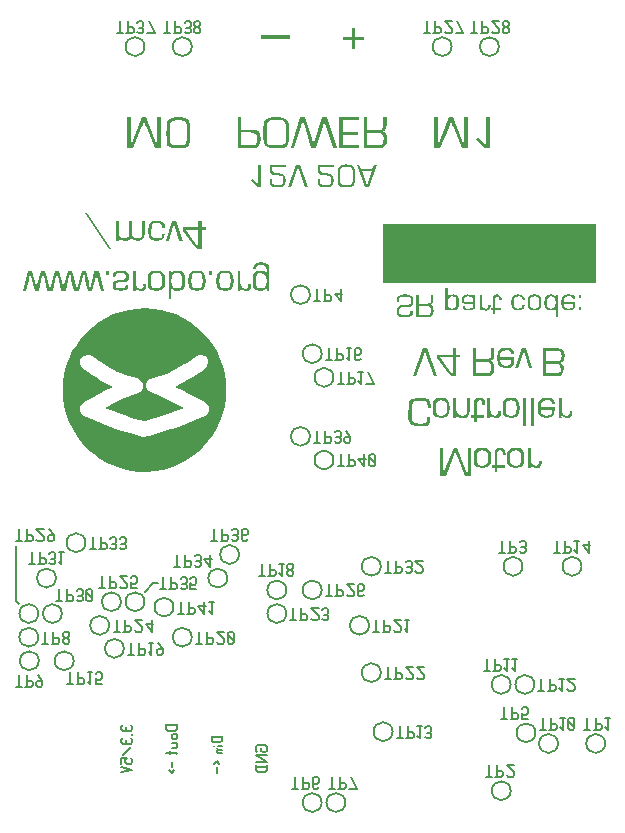
<source format=gbr>
G04 start of page 12 for group -4078 idx -4078 *
G04 Title: (unknown), bottomsilk *
G04 Creator: pcb 1.99z *
G04 CreationDate: Sat 29 Jun 2013 11:07:14 GMT UTC *
G04 For: rbarlow *
G04 Format: Gerber/RS-274X *
G04 PCB-Dimensions (mm): 70.00 90.00 *
G04 PCB-Coordinate-Origin: lower left *
%MOMM*%
%FSLAX43Y43*%
%LNBOTTOMSILK*%
%ADD177C,0.150*%
%ADD176C,0.200*%
%ADD175C,0.002*%
G54D175*G36*
X58766Y54682D02*X58557D01*
Y54936D01*
X58766D01*
Y54682D01*
G37*
G36*
Y55746D02*X58557D01*
Y56000D01*
X58766D01*
Y55746D01*
G37*
G36*
X57680Y55377D02*X58254D01*
Y55273D01*
X58225Y54962D01*
X58138Y54782D01*
X57963Y54691D01*
X57680Y54662D01*
Y54820D01*
X57681Y54820D01*
X57871Y54837D01*
X57984Y54886D01*
X58036Y54989D01*
X58055Y55162D01*
Y55228D01*
X57680D01*
Y55377D01*
G37*
G36*
X58055Y55603D02*Y55642D01*
X58036Y55755D01*
X57984Y55818D01*
X57876Y55847D01*
X57686Y55857D01*
X57680Y55856D01*
Y56021D01*
X57692Y56022D01*
X57956Y56002D01*
X58127Y55939D01*
X58221Y55825D01*
X58254Y55647D01*
Y55603D01*
X58055D01*
G37*
G36*
X57680Y55856D02*X57484Y55836D01*
X57372Y55774D01*
X57322Y55631D01*
X57306Y55377D01*
X57680D01*
Y55228D01*
X57306D01*
X57322Y55019D01*
X57377Y54898D01*
X57488Y54840D01*
X57680Y54820D01*
Y54662D01*
X57664Y54661D01*
X57381Y54695D01*
X57212Y54798D01*
X57128Y54997D01*
X57102Y55327D01*
X57128Y55680D01*
X57212Y55890D01*
X57390Y55989D01*
X57680Y56021D01*
Y55856D01*
G37*
G36*
X56804Y54120D02*X56611D01*
Y54848D01*
X56606D01*
X56461Y54707D01*
X56236Y54671D01*
Y54823D01*
X56411Y54845D01*
X56528Y54920D01*
X56585Y55064D01*
X56606Y55300D01*
X56586Y55591D01*
X56534Y55757D01*
X56420Y55832D01*
X56236Y55855D01*
Y56014D01*
X56461Y55974D01*
X56611Y55829D01*
X56617D01*
X56611Y56000D01*
X56804D01*
Y54120D01*
G37*
G36*
X56236Y54671D02*X56176Y54661D01*
X55931Y54698D01*
X55774Y54810D01*
X55689Y55009D01*
X55663Y55322D01*
X55689Y55661D01*
X55774Y55873D01*
X55935Y55985D01*
X56192Y56022D01*
X56236Y56014D01*
Y55855D01*
X56225Y55857D01*
X56041Y55832D01*
X55933Y55757D01*
X55884Y55596D01*
X55867Y55322D01*
X55884Y55070D01*
X55939Y54920D01*
X56043Y54845D01*
X56220Y54820D01*
X56236Y54823D01*
Y54671D01*
G37*
G36*
X54820Y56022D02*X55117Y55990D01*
X55288Y55895D01*
X55370Y55690D01*
X55398Y55339D01*
X55370Y54989D01*
X55288Y54787D01*
X55117Y54692D01*
X54820Y54661D01*
Y54820D01*
X55024Y54842D01*
X55134Y54909D01*
X55184Y55057D01*
X55200Y55339D01*
X55184Y55624D01*
X55134Y55774D01*
X55024Y55836D01*
X54820Y55857D01*
Y56022D01*
G37*
G36*
X54820Y54661D02*X54518Y54692D01*
X54346Y54787D01*
X54262Y54989D01*
X54235Y55339D01*
X54262Y55690D01*
X54346Y55895D01*
X54518Y55990D01*
X54820Y56022D01*
X54820Y56022D01*
Y55857D01*
X54820Y55857D01*
X54609Y55836D01*
X54500Y55774D01*
X54453Y55624D01*
X54439Y55339D01*
X54453Y55057D01*
X54500Y54909D01*
X54609Y54842D01*
X54820Y54820D01*
X54820Y54820D01*
Y54661D01*
X54820Y54661D01*
G37*
G36*
X53811Y55526D02*X53794Y55702D01*
X53750Y55802D01*
X53653Y55843D01*
X53475Y55857D01*
X53257Y55835D01*
X53139Y55769D01*
X53089Y55620D01*
X53072Y55350D01*
X53086Y55074D01*
X53133Y54920D01*
X53232Y54845D01*
X53414Y54820D01*
X53600Y54834D01*
X53712Y54876D01*
X53768Y54951D01*
X53789Y55080D01*
Y55112D01*
X53982D01*
X53953Y54895D01*
X53866Y54760D01*
X53697Y54685D01*
X53425Y54661D01*
X53151Y54697D01*
X52984Y54804D01*
X52897Y55005D01*
X52868Y55333D01*
X52894Y55682D01*
X52979Y55890D01*
X53154Y55989D01*
X53453Y56022D01*
X53693Y55994D01*
X53865Y55916D01*
X53968Y55784D01*
X54004Y55598D01*
Y55526D01*
X53811D01*
G37*
G36*
X54632Y49818D02*X54362D01*
X54081Y50717D01*
X53993Y50998D01*
X53954Y51141D01*
X53910Y51279D01*
X53905D01*
X53861Y51136D01*
X53817Y50998D01*
X53728Y50717D01*
X53436Y49818D01*
X53188D01*
X53734Y51466D01*
X54081D01*
X54632Y49818D01*
G37*
G36*
X52389Y50689D02*X53102D01*
Y50557D01*
X53066Y50169D01*
X52960Y49945D01*
X52740Y49833D01*
X52389Y49799D01*
Y49995D01*
X52626Y50015D01*
X52766Y50077D01*
X52831Y50203D01*
X52855Y50424D01*
Y50502D01*
X52389D01*
Y50689D01*
G37*
G36*
X52855Y50970D02*Y51020D01*
X52831Y51160D01*
X52766Y51240D01*
X52630Y51277D01*
X52392Y51290D01*
X52389Y51289D01*
Y51487D01*
X52403Y51488D01*
X52733Y51464D01*
X52949Y51389D01*
X53063Y51247D01*
X53102Y51031D01*
Y50970D01*
X52855D01*
G37*
G36*
X52389Y51289D02*X52138Y51264D01*
X52000Y51185D01*
X51938Y51006D01*
X51918Y50689D01*
X52389D01*
Y50502D01*
X51923D01*
X51944Y50238D01*
X52006Y50088D01*
X52144Y50018D01*
X52386Y49994D01*
X52389Y49995D01*
Y49799D01*
X52364Y49796D01*
X52017Y49839D01*
X51807Y49967D01*
X51699Y50214D01*
X51664Y50623D01*
X51697Y51065D01*
X51802Y51323D01*
X52022Y51447D01*
X52389Y51487D01*
Y51289D01*
G37*
G36*
X56878Y45585D02*Y47233D01*
X57121D01*
Y46246D01*
X57146Y46028D01*
X57220Y45874D01*
X57347Y45781D01*
X57524Y45750D01*
X57729Y45814D01*
X57799Y46004D01*
X57794Y46086D01*
X57788Y46131D01*
X58025D01*
Y46015D01*
X57996Y45810D01*
X57911Y45664D01*
X57770Y45575D01*
X57573Y45546D01*
X57288Y45606D01*
X57099Y45783D01*
X57094Y45778D01*
X57121Y45585D01*
X56878D01*
G37*
G36*
X55833Y46456D02*X56546D01*
Y46323D01*
X56510Y45936D01*
X56403Y45712D01*
X56184Y45600D01*
X55833Y45565D01*
Y45762D01*
X56070Y45782D01*
X56210Y45844D01*
X56275Y45969D01*
X56298Y46191D01*
Y46268D01*
X55833D01*
Y46456D01*
G37*
G36*
X56298Y46737D02*Y46786D01*
X56275Y46927D01*
X56210Y47007D01*
X56074Y47044D01*
X55835Y47057D01*
X55833Y47056D01*
Y47253D01*
X55846Y47255D01*
X56177Y47230D01*
X56392Y47156D01*
X56507Y47014D01*
X56546Y46798D01*
Y46737D01*
X56298D01*
G37*
G36*
X55833Y47056D02*X55582Y47030D01*
X55444Y46952D01*
X55382Y46773D01*
X55362Y46456D01*
X55833D01*
Y46268D01*
X55367D01*
X55388Y46005D01*
X55450Y45855D01*
X55587Y45785D01*
X55830Y45761D01*
X55833Y45762D01*
Y45565D01*
X55808Y45563D01*
X55461Y45606D01*
X55251Y45734D01*
X55142Y45980D01*
X55108Y46390D01*
X55141Y46832D01*
X55246Y47090D01*
X55466Y47214D01*
X55833Y47253D01*
Y47056D01*
G37*
G36*
X54752Y44879D02*X54510D01*
Y47233D01*
X54752D01*
Y44879D01*
G37*
G36*
X56470Y51466D02*X56712D01*
X57020Y51429D01*
X57219Y51317D01*
X57331Y51108D01*
X57368Y50788D01*
X57345Y50580D01*
X57274Y50419D01*
X57159Y50304D01*
X56999Y50237D01*
Y50231D01*
X57128Y50161D01*
X57222Y50055D01*
X57277Y49913D01*
X57296Y49735D01*
X57263Y49420D01*
X57164Y49234D01*
X56955Y49143D01*
X56596Y49112D01*
X56470D01*
Y49338D01*
X56591D01*
X56825Y49356D01*
X56960Y49410D01*
X57022Y49519D01*
X57043Y49713D01*
X57018Y49940D01*
X56949Y50072D01*
X56793Y50130D01*
X56519Y50149D01*
X56470D01*
Y50375D01*
X56508D01*
X56844Y50393D01*
X57021Y50446D01*
X57090Y50576D01*
X57114Y50832D01*
X57090Y51041D01*
X57021Y51163D01*
X56873Y51221D01*
X56624Y51240D01*
X56470D01*
Y51466D01*
G37*
G36*
X55560D02*X56470D01*
Y51240D01*
X55825D01*
Y50375D01*
X56470D01*
Y50149D01*
X55825D01*
Y49338D01*
X56470D01*
Y49112D01*
X55560D01*
Y51466D01*
G37*
G36*
X54280Y41351D02*Y43000D01*
X54522D01*
Y42013D01*
X54547Y41795D01*
X54622Y41641D01*
X54748Y41547D01*
X54924Y41517D01*
X55130Y41580D01*
X55200Y41770D01*
X55195Y41853D01*
X55189Y41897D01*
X55426D01*
Y41781D01*
X55397Y41576D01*
X55312Y41430D01*
X55171Y41342D01*
X54974Y41313D01*
X54689Y41372D01*
X54500Y41550D01*
X54495Y41544D01*
X54522Y41351D01*
X54280D01*
G37*
G36*
X53223Y41330D02*X53223Y41330D01*
Y41528D01*
X53223Y41528D01*
X53480Y41554D01*
X53619Y41632D01*
X53676Y41821D01*
X53697Y42178D01*
X53676Y42531D01*
X53619Y42718D01*
X53480Y42797D01*
X53223Y42823D01*
X53223Y42823D01*
Y43022D01*
X53223Y43022D01*
X53598Y42983D01*
X53812Y42867D01*
X53914Y42615D01*
X53950Y42178D01*
X53914Y41739D01*
X53812Y41489D01*
X53598Y41369D01*
X53223Y41330D01*
G37*
G36*
X53223Y41330D02*X52844Y41369D01*
X52628Y41489D01*
X52528Y41739D01*
X52495Y42178D01*
X52528Y42615D01*
X52628Y42867D01*
X52844Y42983D01*
X53223Y43022D01*
Y42823D01*
X52962Y42797D01*
X52826Y42718D01*
X52766Y42531D01*
X52748Y42178D01*
X52766Y41821D01*
X52826Y41632D01*
X52962Y41554D01*
X53223Y41528D01*
Y41330D01*
G37*
G36*
X52310Y41351D02*X51676D01*
Y40955D01*
X51434D01*
Y41351D01*
X51208D01*
Y41550D01*
X51434D01*
Y42619D01*
X51463Y42794D01*
X51554Y42921D01*
X51703Y42996D01*
X51914Y43022D01*
X52114Y42991D01*
X52255Y42900D01*
X52342Y42749D01*
X52371Y42537D01*
Y42415D01*
X52151D01*
X52145Y42509D01*
Y42586D01*
X52084Y42764D01*
X51908Y42823D01*
X51734Y42757D01*
X51676Y42559D01*
Y41550D01*
X52310D01*
Y41351D01*
G37*
G36*
X50405Y43022D02*X50779Y42983D01*
X50995Y42867D01*
X51096Y42615D01*
X51132Y42178D01*
X51096Y41739D01*
X50995Y41489D01*
X50779Y41369D01*
X50405Y41330D01*
Y41528D01*
X50662Y41554D01*
X50802Y41632D01*
X50858Y41821D01*
X50879Y42178D01*
X50858Y42531D01*
X50802Y42718D01*
X50662Y42797D01*
X50405Y42823D01*
Y43022D01*
G37*
G36*
X50405Y41330D02*X50026Y41369D01*
X49809Y41489D01*
X49710Y41739D01*
X49677Y42178D01*
X49710Y42615D01*
X49809Y42867D01*
X50026Y42983D01*
X50405Y43022D01*
X50405Y43022D01*
Y42823D01*
X50405Y42823D01*
X50144Y42797D01*
X50008Y42718D01*
X49948Y42531D01*
X49931Y42178D01*
X49948Y41821D01*
X50008Y41632D01*
X50144Y41554D01*
X50405Y41528D01*
X50405Y41528D01*
Y41330D01*
X50405Y41330D01*
G37*
G36*
X42000Y56999D02*Y62000D01*
X60000D01*
Y56999D01*
X42000D01*
G37*
G36*
X41350Y69953D02*X41617D01*
X41788Y69980D01*
X41909Y70066D01*
X41983Y70206D01*
X42008Y70405D01*
Y71000D01*
X42300D01*
Y70339D01*
X42274Y70132D01*
X42197Y69979D01*
X42070Y69880D01*
X41892Y69837D01*
Y69831D01*
X42109Y69767D01*
X42245Y69650D01*
X42314Y69452D01*
X42339Y69148D01*
X42295Y68805D01*
X42168Y68580D01*
X41934Y68456D01*
X41578Y68415D01*
X41350D01*
Y68657D01*
X41584D01*
X41824Y68685D01*
X41964Y68768D01*
X42033Y68934D01*
X42058Y69225D01*
X42026Y69458D01*
X41936Y69606D01*
X41761Y69680D01*
X41485Y69705D01*
X41350D01*
Y69953D01*
G37*
G36*
X40349Y71000D02*X40641D01*
Y69953D01*
X41350D01*
Y69705D01*
X40641D01*
Y68657D01*
X41350D01*
Y68415D01*
X40349D01*
Y71000D01*
G37*
G36*
X51015Y68415D02*X50596D01*
X49880Y69192D01*
X50067Y69363D01*
X50728Y68630D01*
Y71000D01*
X51015D01*
Y68415D01*
G37*
G36*
X49181D02*X48663D01*
X47979Y70090D01*
X47869Y70355D01*
X47814Y70493D01*
X47764Y70625D01*
X47753D01*
X47704Y70493D01*
X47648Y70355D01*
X47538Y70085D01*
X46844Y68415D01*
X46342D01*
Y71000D01*
X46634D01*
Y68790D01*
X46629Y68718D01*
Y68646D01*
X46634D01*
X46656Y68707D01*
X46684Y68768D01*
X46733Y68883D01*
X47616Y71000D01*
X47908D01*
X48790Y68861D01*
X48839Y68740D01*
X48861Y68679D01*
X48883Y68619D01*
X48889D01*
Y71000D01*
X49181D01*
Y68415D01*
G37*
G36*
X51981Y54682D02*X51474D01*
Y54363D01*
X51281D01*
Y54682D01*
X51094D01*
Y54842D01*
X51281D01*
Y55697D01*
X51304Y55839D01*
X51376Y55941D01*
X51495Y56002D01*
X51661Y56022D01*
X51821Y55997D01*
X51937Y55924D01*
X52007Y55802D01*
X52031Y55631D01*
Y55532D01*
X51849D01*
Y55603D01*
X51843Y55669D01*
X51798Y55810D01*
X51661Y55857D01*
X51519Y55804D01*
X51474Y55647D01*
Y54842D01*
X51981D01*
Y54682D01*
G37*
G36*
X50525Y50513D02*X50767D01*
X50923Y50538D01*
X51034Y50616D01*
X51102Y50744D01*
X51125Y50926D01*
Y51466D01*
X51390D01*
Y50865D01*
X51365Y50675D01*
X51295Y50536D01*
X51178Y50447D01*
X51015Y50408D01*
Y50402D01*
X51212Y50346D01*
X51335Y50243D01*
X51399Y50062D01*
X51423Y49785D01*
X51383Y49471D01*
X51269Y49267D01*
X51057Y49151D01*
X50734Y49112D01*
X50525D01*
Y49339D01*
X50734D01*
X50956Y49364D01*
X51087Y49438D01*
X51148Y49588D01*
X51169Y49851D01*
X51141Y50065D01*
X51059Y50198D01*
X50899Y50269D01*
X50646Y50292D01*
X50525D01*
Y50513D01*
G37*
G36*
X49615Y51466D02*X49880D01*
Y50513D01*
X50525D01*
Y50292D01*
X49880D01*
Y49339D01*
X50525D01*
Y49112D01*
X49615D01*
Y51466D01*
G37*
G36*
X48142Y49112D02*X47728D01*
X47329Y49625D01*
Y49988D01*
X47872Y49284D01*
X47877D01*
Y50700D01*
X47329D01*
Y50926D01*
X47877D01*
Y51466D01*
X48142D01*
Y50926D01*
X48495D01*
Y50700D01*
X48142D01*
Y49112D01*
G37*
G36*
X47329Y49625D02*X46560Y50612D01*
Y50926D01*
X47329D01*
Y50700D01*
X46780D01*
X47329Y49988D01*
Y49625D01*
G37*
G36*
X46280Y49112D02*X45663Y50893D01*
X45547Y51251D01*
X45536D01*
X45481Y51069D01*
X45420Y50893D01*
X44792Y49112D01*
X44511D01*
X45348Y51466D01*
X45729D01*
X46561Y49112D01*
X46280D01*
G37*
G36*
X50173Y54682D02*Y56000D01*
X50366D01*
Y55212D01*
X50385Y55035D01*
X50446Y54910D01*
X50548Y54834D01*
X50691Y54810D01*
X50855Y54860D01*
X50912Y55013D01*
X50906Y55085D01*
X50901Y55118D01*
X51094D01*
Y55024D01*
X51070Y54860D01*
X51002Y54743D01*
X50888Y54673D01*
X50730Y54650D01*
X50502Y54697D01*
X50355Y54837D01*
X50350Y54831D01*
X50366Y54682D01*
X50173D01*
G37*
G36*
X49244Y54817D02*X49275Y54815D01*
X49446Y54831D01*
X49544Y54881D01*
X49589Y54987D01*
X49605Y55173D01*
Y55333D01*
X49600D01*
X49464Y55230D01*
X49244Y55202D01*
Y55351D01*
X49418Y55364D01*
X49534Y55405D01*
X49596Y55481D01*
X49616Y55609D01*
X49590Y55716D01*
X49513Y55795D01*
X49386Y55840D01*
X49244Y55853D01*
Y56011D01*
X49448Y55981D01*
X49616Y55857D01*
X49622D01*
X49605Y56000D01*
X49798D01*
Y55129D01*
X49769Y54902D01*
X49682Y54760D01*
X49513Y54685D01*
X49244Y54661D01*
Y54817D01*
G37*
G36*
Y55202D02*X49186Y55195D01*
X48937Y55219D01*
X48779Y55289D01*
X48694Y55416D01*
X48668Y55620D01*
X48699Y55795D01*
X48792Y55922D01*
X48949Y55996D01*
X49170Y56022D01*
X49244Y56011D01*
Y55853D01*
X49208Y55857D01*
X49038Y55844D01*
X48938Y55807D01*
X48889Y55730D01*
X48872Y55598D01*
X48889Y55471D01*
X48938Y55399D01*
X49043Y55362D01*
X49231Y55350D01*
X49244Y55351D01*
Y55202D01*
G37*
G36*
X48916Y55052D02*Y55013D01*
X48938Y54927D01*
X49004Y54865D01*
X49116Y54827D01*
X49244Y54817D01*
Y54661D01*
X49236Y54661D01*
X48981Y54681D01*
X48828Y54743D01*
X48754Y54859D01*
X48729Y55052D01*
X48916D01*
G37*
G36*
X47841Y56011D02*X47908Y56022D01*
X48145Y55986D01*
X48299Y55879D01*
X48386Y55675D01*
X48415Y55361D01*
X48386Y55022D01*
X48304Y54810D01*
X48147Y54698D01*
X47902Y54661D01*
X47841Y54671D01*
Y54821D01*
X47847Y54820D01*
X48037Y54845D01*
X48145Y54920D01*
X48194Y55078D01*
X48211Y55355D01*
X48191Y55611D01*
X48139Y55763D01*
X48033Y55833D01*
X47852Y55857D01*
X47841Y55855D01*
Y56011D01*
G37*
G36*
X47279Y54682D02*Y56568D01*
X47472D01*
Y55846D01*
X47478D01*
X47636Y55978D01*
X47841Y56011D01*
Y55855D01*
X47662Y55832D01*
X47549Y55757D01*
X47490Y55606D01*
X47472Y55350D01*
X47489Y55081D01*
X47544Y54925D01*
X47654Y54847D01*
X47841Y54821D01*
Y54671D01*
X47624Y54709D01*
X47467Y54854D01*
X47461Y54848D01*
X47472Y54682D01*
X47279D01*
G37*
G36*
X45551Y55239D02*X45747D01*
X45871Y55259D01*
X45960Y55321D01*
X46014Y55421D01*
X46034Y55565D01*
Y56000D01*
X46243D01*
Y55520D01*
X46224Y55369D01*
X46169Y55259D01*
X46075Y55187D01*
X45945Y55157D01*
Y55151D01*
X46105Y55102D01*
X46204Y55019D01*
X46254Y54876D01*
X46270Y54655D01*
X46237Y54403D01*
X46144Y54242D01*
X45976Y54151D01*
X45719Y54120D01*
X45551D01*
Y54297D01*
X45725D01*
X45900Y54316D01*
X46000Y54374D01*
X46050Y54495D01*
X46066Y54705D01*
X46043Y54877D01*
X45978Y54986D01*
X45850Y55040D01*
X45648Y55057D01*
X45551D01*
Y55239D01*
G37*
G36*
X44826Y56000D02*X45036D01*
Y55239D01*
X45551D01*
Y55057D01*
X45036D01*
Y54297D01*
X45551D01*
Y54120D01*
X44826D01*
Y56000D01*
G37*
G36*
X44534Y54627D02*X44501Y54355D01*
X44402Y54198D01*
X44201Y54123D01*
X43856Y54098D01*
X43506Y54126D01*
X43299Y54209D01*
X43195Y54367D01*
X43162Y54633D01*
X43190Y54837D01*
X43279Y54989D01*
X43428Y55085D01*
X43636Y55129D01*
X43845Y55140D01*
X44066Y55151D01*
X44214Y55174D01*
X44303Y55223D01*
X44347Y55307D01*
X44363Y55449D01*
X44343Y55666D01*
X44281Y55780D01*
X44125Y55825D01*
X43828Y55840D01*
X43572Y55825D01*
X43437Y55780D01*
X43378Y55671D01*
X43360Y55465D01*
Y55416D01*
X43145D01*
X43151Y55504D01*
X43184Y55762D01*
X43283Y55918D01*
X43483Y55996D01*
X43823Y56022D01*
X44208Y55996D01*
X44430Y55918D01*
X44531Y55752D01*
X44567Y55465D01*
X44536Y55204D01*
X44446Y55057D01*
X44248Y54982D01*
X43889Y54942D01*
X43588Y54917D01*
X43437Y54876D01*
X43378Y54782D01*
X43360Y54600D01*
X43382Y54433D01*
X43454Y54341D01*
X43611Y54295D01*
X43889Y54280D01*
X44116Y54295D01*
X44242Y54341D01*
X44298Y54443D01*
X44319Y54627D01*
X44534D01*
G37*
G36*
X54112Y44879D02*X53869D01*
Y47233D01*
X54112D01*
Y44879D01*
G37*
G36*
X52838Y47255D02*X53213Y47216D01*
X53428Y47101D01*
X53530Y46848D01*
X53566Y46412D01*
X53530Y45972D01*
X53428Y45723D01*
X53213Y45603D01*
X52838Y45563D01*
Y45761D01*
X53096Y45787D01*
X53235Y45866D01*
X53292Y46055D01*
X53312Y46412D01*
X53292Y46764D01*
X53235Y46952D01*
X53096Y47030D01*
X52838Y47057D01*
Y47255D01*
G37*
G36*
X52838Y45563D02*X52459Y45603D01*
X52243Y45723D01*
X52144Y45972D01*
X52111Y46412D01*
X52144Y46848D01*
X52243Y47101D01*
X52459Y47216D01*
X52838Y47255D01*
X52838Y47255D01*
Y47057D01*
X52838Y47057D01*
X52578Y47030D01*
X52441Y46952D01*
X52382Y46764D01*
X52364Y46412D01*
X52382Y46055D01*
X52441Y45866D01*
X52578Y45787D01*
X52838Y45761D01*
X52838Y45761D01*
Y45563D01*
X52838Y45563D01*
G37*
G36*
X50833Y45585D02*Y47233D01*
X51076D01*
Y46246D01*
X51101Y46028D01*
X51175Y45874D01*
X51302Y45781D01*
X51478Y45750D01*
X51684Y45814D01*
X51754Y46004D01*
X51748Y46086D01*
X51743Y46131D01*
X51980D01*
Y46015D01*
X51951Y45810D01*
X51866Y45664D01*
X51725Y45575D01*
X51528Y45546D01*
X51242Y45606D01*
X51054Y45783D01*
X51048Y45778D01*
X51076Y45585D01*
X50833D01*
G37*
G36*
X50578D02*X49944D01*
Y45188D01*
X49702D01*
Y45585D01*
X49476D01*
Y45783D01*
X49702D01*
Y46853D01*
X49731Y47028D01*
X49822Y47154D01*
X49970Y47229D01*
X50181Y47255D01*
X50381Y47225D01*
X50523Y47134D01*
X50610Y46982D01*
X50639Y46770D01*
Y46649D01*
X50418D01*
X50413Y46742D01*
Y46819D01*
X50352Y46997D01*
X50176Y47057D01*
X50002Y46990D01*
X49944Y46792D01*
Y45783D01*
X50578D01*
Y45585D01*
G37*
G36*
X47954D02*Y47233D01*
X48197D01*
Y46241D01*
X48227Y46030D01*
X48322Y45881D01*
X48481Y45790D01*
X48704Y45761D01*
X48898Y45781D01*
X49018Y45838D01*
X49080Y45944D01*
X49101Y46119D01*
Y47233D01*
X49338D01*
Y46164D01*
X49305Y45869D01*
X49211Y45690D01*
X49031Y45594D01*
X48737Y45563D01*
X48539Y45578D01*
X48382Y45626D01*
X48266Y45705D01*
X48191Y45816D01*
X48180Y45811D01*
X48191Y45585D01*
X47954D01*
G37*
G36*
X49414Y40646D02*X48945D01*
X48322Y42173D01*
X48223Y42415D01*
X48174Y42537D01*
X48124Y42658D01*
X48118D01*
X48019Y42415D01*
X47920Y42167D01*
X47292Y40646D01*
X46834D01*
Y43000D01*
X47099D01*
Y40988D01*
X47093Y40921D01*
Y40861D01*
X47099D01*
X47121Y40916D01*
X47143Y40971D01*
X47187Y41076D01*
X47992Y43000D01*
X48256D01*
X49056Y41054D01*
X49105Y40944D01*
X49122Y40888D01*
X49144Y40833D01*
X49149D01*
Y43000D01*
X49414D01*
Y40646D01*
G37*
G36*
X46925Y45563D02*X46925Y45563D01*
Y45761D01*
X46925Y45761D01*
X47183Y45787D01*
X47322Y45866D01*
X47378Y46055D01*
X47399Y46412D01*
X47378Y46764D01*
X47322Y46952D01*
X47183Y47030D01*
X46925Y47057D01*
X46925Y47057D01*
Y47255D01*
X46925Y47255D01*
X47300Y47216D01*
X47515Y47101D01*
X47617Y46848D01*
X47653Y46412D01*
X47617Y45972D01*
X47515Y45723D01*
X47300Y45603D01*
X46925Y45563D01*
G37*
G36*
X46925Y45563D02*X46546Y45603D01*
X46330Y45723D01*
X46231Y45972D01*
X46198Y46412D01*
X46231Y46848D01*
X46330Y47101D01*
X46546Y47216D01*
X46925Y47255D01*
Y47057D01*
X46665Y47030D01*
X46528Y46952D01*
X46469Y46764D01*
X46451Y46412D01*
X46469Y46055D01*
X46528Y45866D01*
X46665Y45787D01*
X46925Y45761D01*
Y45563D01*
G37*
G36*
X45772Y46445D02*X45777Y46588D01*
X45748Y46831D01*
X45661Y46963D01*
X45456Y47016D01*
X45077Y47035D01*
X44854Y47023D01*
X44684Y46992D01*
X44565Y46938D01*
X44498Y46864D01*
X44461Y46727D01*
X44436Y46488D01*
X44420Y46144D01*
X44416Y45701D01*
X44444Y45355D01*
X44537Y45177D01*
X44774Y45107D01*
X45237Y45083D01*
X45499Y45104D01*
X45650Y45166D01*
X45719Y45295D01*
X45744Y45530D01*
Y45601D01*
X46009D01*
Y45535D01*
X45967Y45203D01*
X45849Y45000D01*
X45619Y44893D01*
X45242Y44857D01*
X44941Y44865D01*
X44697Y44893D01*
X44511Y44937D01*
X44382Y45000D01*
X44243Y45136D01*
X44173Y45287D01*
X44148Y45556D01*
X44140Y46053D01*
X44150Y46409D01*
X44178Y46693D01*
X44228Y46905D01*
X44300Y47046D01*
X44406Y47136D01*
X44566Y47203D01*
X44781Y47241D01*
X45049Y47255D01*
X45348Y47247D01*
X45584Y47226D01*
X45758Y47189D01*
X45871Y47139D01*
X45995Y46928D01*
X46036Y46538D01*
Y46445D01*
X45772D01*
G37*
G36*
X31659Y77622D02*Y77947D01*
X34085D01*
Y77622D01*
X31659D01*
G37*
G36*
X39389Y78603D02*X39653D01*
Y77831D01*
X40414D01*
Y77583D01*
X39653D01*
Y76811D01*
X39389D01*
Y77583D01*
X38622D01*
Y77831D01*
X39389D01*
Y78603D01*
G37*
G36*
X41096Y66603D02*X41245Y67000D01*
X41465D01*
X40765Y65120D01*
X40622D01*
Y65306D01*
X41035Y66443D01*
X40622D01*
Y66603D01*
X41096D01*
G37*
G36*
X40622Y65120D02*X40468D01*
X39778Y67000D01*
X39999D01*
X40148Y66603D01*
X40622D01*
Y66443D01*
X40208D01*
X40616Y65291D01*
X40622Y65306D01*
Y65120D01*
G37*
G36*
X38897Y65098D02*Y65280D01*
X39211Y65306D01*
X39360Y65385D01*
X39412Y65602D01*
X39431Y66057D01*
X39426Y66316D01*
X39412Y66517D01*
X39390Y66658D01*
X39360Y66740D01*
X39211Y66815D01*
X38897Y66840D01*
Y67022D01*
X39125Y67011D01*
X39307Y66977D01*
X39442Y66922D01*
X39531Y66845D01*
X39574Y66744D01*
X39608Y66579D01*
X39628Y66349D01*
X39635Y66057D01*
X39627Y65751D01*
X39606Y65514D01*
X39572Y65343D01*
X39525Y65241D01*
X39445Y65178D01*
X39314Y65134D01*
X39131Y65106D01*
X38897Y65098D01*
G37*
G36*
Y65098D02*X38483Y65132D01*
X38268Y65236D01*
X38219Y65334D01*
X38184Y65493D01*
X38164Y65712D01*
X38158Y65991D01*
X38164Y66312D01*
X38183Y66563D01*
X38216Y66740D01*
X38263Y66845D01*
X38351Y66922D01*
X38486Y66977D01*
X38668Y67011D01*
X38897Y67022D01*
Y66840D01*
X38580Y66815D01*
X38428Y66740D01*
X38378Y66517D01*
X38362Y66057D01*
X38378Y65602D01*
X38428Y65385D01*
X38580Y65306D01*
X38897Y65280D01*
Y65098D01*
G37*
G36*
X37811Y66818D02*X36664D01*
Y66757D01*
X36681Y66519D01*
X36730Y66399D01*
X36872Y66341D01*
X37160Y66300D01*
X37495Y66239D01*
X37689Y66145D01*
X37783Y65974D01*
X37816Y65693D01*
X37783Y65398D01*
X37684Y65219D01*
X37490Y65128D01*
X37171Y65098D01*
X36812Y65127D01*
X36598Y65214D01*
X36493Y65380D01*
X36460Y65660D01*
X36455Y65759D01*
X36664D01*
Y65616D01*
X36685Y65437D01*
X36752Y65340D01*
X36901Y65295D01*
X37177Y65280D01*
X37402Y65298D01*
X37530Y65351D01*
X37592Y65466D01*
X37612Y65666D01*
X37593Y65889D01*
X37540Y66007D01*
X37399Y66067D01*
X37122Y66112D01*
X36765Y66173D01*
X36570Y66256D01*
X36484Y66400D01*
X36455Y66647D01*
Y67000D01*
X37811D01*
Y66818D01*
G37*
G36*
X35380Y65120D02*X34889Y66542D01*
X34795Y66829D01*
X34790D01*
X34746Y66685D01*
X34696Y66536D01*
X34195Y65120D01*
X33963D01*
X34641Y67000D01*
X34944D01*
X35606Y65120D01*
X35380D01*
G37*
G36*
X33759Y66818D02*X32613D01*
Y66757D01*
X32629Y66519D01*
X32679Y66399D01*
X32821Y66341D01*
X33109Y66300D01*
X33444Y66239D01*
X33638Y66145D01*
X33732Y65974D01*
X33765Y65693D01*
X33732Y65398D01*
X33632Y65219D01*
X33438Y65128D01*
X33120Y65098D01*
X32760Y65127D01*
X32547Y65214D01*
X32442Y65380D01*
X32409Y65660D01*
X32403Y65759D01*
X32613D01*
Y65616D01*
X32633Y65437D01*
X32701Y65340D01*
X32850Y65295D01*
X33125Y65280D01*
X33350Y65298D01*
X33478Y65351D01*
X33540Y65466D01*
X33561Y65666D01*
X33542Y65889D01*
X33489Y66007D01*
X33347Y66067D01*
X33070Y66112D01*
X32713Y66173D01*
X32519Y66256D01*
X32432Y66400D01*
X32403Y66647D01*
Y67000D01*
X33759D01*
Y66818D01*
G37*
G36*
X38569Y68657D02*X39936D01*
Y68415D01*
X38277D01*
Y71000D01*
X39936D01*
Y70752D01*
X38569D01*
Y69787D01*
X39881D01*
Y69539D01*
X38569D01*
Y68657D01*
G37*
G36*
X38060Y68415D02*X37752D01*
X37184Y70267D01*
X37029Y70774D01*
X37024D01*
X36991Y70653D01*
X36958Y70526D01*
X36881Y70278D01*
X36335Y68415D01*
X35905D01*
X35354Y70272D01*
X35282Y70526D01*
X35243Y70647D01*
X35210Y70774D01*
X35205D01*
X35166Y70647D01*
X35128Y70526D01*
X35050Y70272D01*
X34494Y68415D01*
X34196D01*
X34990Y71000D01*
X35425D01*
X35982Y69142D01*
X36048Y68905D01*
X36114Y68674D01*
X36120D01*
X36153Y68790D01*
X36186Y68905D01*
X36258Y69137D01*
X36798Y71000D01*
X37244D01*
X38060Y68415D01*
G37*
G36*
X32957Y68387D02*X32957Y68387D01*
Y68635D01*
X32957Y68635D01*
X33393Y68664D01*
X33635Y68751D01*
X33741Y68944D01*
X33778Y69291D01*
Y69705D01*
X33772Y70066D01*
X33751Y70343D01*
X33718Y70537D01*
X33674Y70647D01*
X33591Y70705D01*
X33444Y70746D01*
X33233Y70771D01*
X32957Y70780D01*
X32957Y70779D01*
Y71027D01*
X32957Y71027D01*
X33295Y71014D01*
X33562Y70974D01*
X33758Y70906D01*
X33883Y70813D01*
X33959Y70658D01*
X34014Y70417D01*
X34047Y70088D01*
X34060Y69672D01*
X34047Y69284D01*
X34011Y68977D01*
X33954Y68750D01*
X33872Y68602D01*
X33746Y68507D01*
X33551Y68441D01*
X33288Y68400D01*
X32957Y68387D01*
G37*
G36*
X32957Y68387D02*X32665Y68398D01*
X32423Y68434D01*
X32232Y68492D01*
X32092Y68575D01*
X31990Y68689D01*
X31918Y68845D01*
X31874Y69042D01*
X31860Y69280D01*
X31855Y69523D01*
Y69705D01*
X31864Y70108D01*
X31898Y70428D01*
X31953Y70662D01*
X32031Y70813D01*
X32157Y70906D01*
X32353Y70974D01*
X32620Y71014D01*
X32957Y71027D01*
Y70779D01*
X32682Y70771D01*
X32471Y70746D01*
X32323Y70705D01*
X32241Y70647D01*
X32194Y70537D01*
X32161Y70343D01*
X32142Y70066D01*
X32136Y69705D01*
X32142Y69346D01*
X32161Y69072D01*
X32194Y68881D01*
X32241Y68773D01*
X32323Y68712D01*
X32471Y68670D01*
X32682Y68644D01*
X32957Y68635D01*
Y68387D01*
G37*
G36*
X30660Y69980D02*X30836D01*
X31219Y69940D01*
X31459Y69820D01*
X31583Y69586D01*
X31625Y69214D01*
X31583Y68826D01*
X31465Y68586D01*
X31235Y68457D01*
X30869Y68415D01*
X30660D01*
Y68657D01*
X30759D01*
X30869Y68663D01*
X31120Y68688D01*
X31261Y68762D01*
X31323Y68930D01*
X31344Y69236D01*
X31312Y69498D01*
X31222Y69644D01*
X31021Y69710D01*
X30665Y69732D01*
X30660D01*
Y69980D01*
G37*
G36*
X29684Y71000D02*X29977D01*
Y69980D01*
X30660D01*
Y69732D01*
X29977D01*
Y68657D01*
X30660D01*
Y68415D01*
X29684D01*
Y71000D01*
G37*
G36*
X24673Y68387D02*X24672Y68387D01*
Y68635D01*
X24673Y68635D01*
X24916Y68644D01*
X25104Y68671D01*
X25236Y68715D01*
X25312Y68778D01*
X25352Y68888D01*
X25381Y69079D01*
X25399Y69350D01*
X25406Y69705D01*
X25399Y70060D01*
X25381Y70336D01*
X25352Y70529D01*
X25312Y70642D01*
X25236Y70701D01*
X25104Y70745D01*
X24916Y70770D01*
X24673Y70780D01*
X24672Y70779D01*
Y71027D01*
X24673Y71027D01*
X24987Y71012D01*
X25236Y70967D01*
X25422Y70891D01*
X25543Y70785D01*
X25606Y70647D01*
X25650Y70421D01*
X25677Y70107D01*
X25687Y69705D01*
X25677Y69284D01*
X25650Y68958D01*
X25603Y68722D01*
X25538Y68580D01*
X25428Y68495D01*
X25246Y68435D01*
X24994Y68398D01*
X24673Y68387D01*
G37*
G36*
X24672Y68387D02*X24353Y68398D01*
X24103Y68434D01*
X23923Y68492D01*
X23812Y68575D01*
X23744Y68710D01*
X23695Y68927D01*
X23666Y69228D01*
X23658Y69611D01*
X23666Y70055D01*
X23691Y70398D01*
X23735Y70642D01*
X23796Y70785D01*
X23919Y70891D01*
X24106Y70967D01*
X24357Y71012D01*
X24672Y71027D01*
Y70779D01*
X24427Y70770D01*
X24238Y70745D01*
X24107Y70701D01*
X24033Y70642D01*
X23990Y70529D01*
X23961Y70336D01*
X23945Y70060D01*
X23939Y69705D01*
X23945Y69350D01*
X23961Y69079D01*
X23990Y68888D01*
X24033Y68778D01*
X24107Y68715D01*
X24238Y68671D01*
X24427Y68644D01*
X24672Y68635D01*
Y68387D01*
G37*
G36*
X23181Y68415D02*X22663D01*
X21980Y70090D01*
X21870Y70355D01*
X21814Y70493D01*
X21765Y70625D01*
X21754D01*
X21704Y70493D01*
X21649Y70355D01*
X21539Y70085D01*
X20844Y68415D01*
X20343D01*
Y71000D01*
X20635D01*
Y68790D01*
X20629Y68718D01*
Y68646D01*
X20635D01*
X20657Y68707D01*
X20684Y68768D01*
X20734Y68883D01*
X21616Y71000D01*
X21908D01*
X22790Y68861D01*
X22840Y68740D01*
X22862Y68679D01*
X22884Y68619D01*
X22889D01*
Y71000D01*
X23181D01*
Y68415D01*
G37*
G36*
X31637Y65120D02*X31328D01*
X30810Y65682D01*
X30943Y65809D01*
X31422Y65274D01*
Y67000D01*
X31637D01*
Y65120D01*
G37*
G36*
X23298Y61638D02*X23278Y61862D01*
X23222Y61985D01*
X23097Y62039D01*
X22874Y62057D01*
X22607Y62029D01*
X22461Y61946D01*
X22393Y61757D01*
X22373Y61423D01*
X22390Y61078D01*
X22450Y60882D01*
X22574Y60792D01*
X22797Y60761D01*
X23030Y60778D01*
X23172Y60827D01*
X23246Y60921D01*
X23271Y61081D01*
Y61125D01*
X23514D01*
X23476Y60852D01*
X23365Y60684D01*
X23154Y60593D01*
X22819Y60563D01*
X22474Y60607D01*
X22262Y60739D01*
X22153Y60990D01*
X22119Y61401D01*
X22153Y61835D01*
X22262Y62090D01*
X22478Y62214D01*
X22847Y62255D01*
X23150Y62222D01*
X23367Y62123D01*
X23497Y61957D01*
X23541Y61726D01*
Y61638D01*
X23298D01*
G37*
G36*
X19366Y60585D02*Y62233D01*
X19608D01*
Y61296D01*
X19639Y61062D01*
X19732Y60895D01*
X19886Y60794D01*
X20104Y60761D01*
X20263Y60780D01*
X20377Y60841D01*
X20445Y60940D01*
X20468Y61081D01*
Y62233D01*
X20711D01*
Y61279D01*
X20735Y61026D01*
X20810Y60872D01*
X20959Y60789D01*
X21201Y60761D01*
X21380Y60780D01*
X21493Y60838D01*
X21550Y60951D01*
X21570Y61136D01*
Y62233D01*
X21813D01*
Y61158D01*
X21776Y60898D01*
X21666Y60712D01*
X21484Y60600D01*
X21229Y60563D01*
X20879Y60632D01*
X20661Y60838D01*
X20656D01*
X20589Y60717D01*
X20483Y60632D01*
X20336Y60579D01*
X20148Y60563D01*
X19814Y60632D01*
X19608Y60838D01*
X19603Y60833D01*
X19608Y60585D01*
X19366D01*
G37*
G36*
X18995Y59879D02*X18802D01*
X16730Y62938D01*
X16928D01*
X18995Y59879D01*
G37*
G36*
X22800Y56330D02*X22800Y56330D01*
Y56528D01*
X22800Y56528D01*
X23057Y56554D01*
X23197Y56632D01*
X23253Y56821D01*
X23274Y57178D01*
X23253Y57531D01*
X23197Y57719D01*
X23057Y57797D01*
X22800Y57823D01*
X22800Y57823D01*
Y58022D01*
X22800Y58022D01*
X23174Y57983D01*
X23390Y57867D01*
X23492Y57615D01*
X23527Y57178D01*
X23492Y56739D01*
X23390Y56489D01*
X23174Y56369D01*
X22800Y56330D01*
G37*
G36*
X22800Y56330D02*X22421Y56369D01*
X22204Y56489D01*
X22105Y56739D01*
X22072Y57178D01*
X22105Y57615D01*
X22204Y57867D01*
X22421Y57983D01*
X22800Y58022D01*
Y57823D01*
X22539Y57797D01*
X22403Y57719D01*
X22344Y57531D01*
X22326Y57178D01*
X22344Y56821D01*
X22403Y56632D01*
X22539Y56554D01*
X22800Y56528D01*
Y56330D01*
G37*
G36*
X20439Y56781D02*Y56721D01*
X20398Y56548D01*
X20274Y56427D01*
X20070Y56353D01*
X19783Y56330D01*
X19442Y56353D01*
X19238Y56423D01*
X19138Y56560D01*
X19105Y56792D01*
X19147Y57035D01*
X19276Y57178D01*
X19541Y57244D01*
X19998Y57266D01*
X20174Y57332D01*
X20235Y57531D01*
X20210Y57678D01*
X20142Y57768D01*
X19995Y57810D01*
X19750Y57823D01*
X19546Y57810D01*
X19425Y57768D01*
X19363Y57687D01*
X19342Y57553D01*
X19337Y57476D01*
X19089D01*
Y57564D01*
X19126Y57787D01*
X19238Y57928D01*
X19452Y57998D01*
X19794Y58022D01*
X20129Y57997D01*
X20340Y57922D01*
X20452Y57775D01*
X20489Y57542D01*
X20460Y57345D01*
X20377Y57202D01*
X20236Y57111D01*
X20042Y57073D01*
X19794Y57057D01*
X19601Y57046D01*
X19415Y56974D01*
X19353Y56781D01*
X19370Y56646D01*
X19425Y56572D01*
X19548Y56539D01*
X19767Y56528D01*
X20001Y56539D01*
X20125Y56572D01*
X20177Y56644D01*
X20197Y56781D01*
X20439D01*
G37*
G36*
X18769Y57680D02*X18499D01*
Y58000D01*
X18769D01*
Y57680D01*
G37*
G36*
X20795Y56352D02*Y58000D01*
X21037D01*
Y57013D01*
X21062Y56795D01*
X21136Y56641D01*
X21263Y56547D01*
X21440Y56517D01*
X21645Y56580D01*
X21715Y56770D01*
X21710Y56853D01*
X21704Y56897D01*
X21941D01*
Y56781D01*
X21912Y56576D01*
X21827Y56430D01*
X21686Y56342D01*
X21489Y56313D01*
X21204Y56372D01*
X21015Y56550D01*
X21010Y56544D01*
X21037Y56352D01*
X20795D01*
G37*
G36*
X18373D02*X18114D01*
X17883Y57266D01*
X17811Y57548D01*
X17745Y57834D01*
X17740D01*
X17706Y57691D01*
X17673Y57553D01*
X17602Y57266D01*
X17381Y56352D01*
X17028D01*
X16802Y57266D01*
X16731Y57548D01*
X16665Y57834D01*
X16659D01*
X16626Y57691D01*
X16588Y57548D01*
X16516Y57266D01*
X16284Y56352D01*
X15846D01*
X15615Y57266D01*
X15543Y57548D01*
X15477Y57834D01*
X15471D01*
X15438Y57691D01*
X15405Y57553D01*
X15334Y57266D01*
X15113Y56352D01*
X14760D01*
X14534Y57266D01*
X14463Y57548D01*
X14396Y57834D01*
X14391D01*
X14358Y57691D01*
X14319Y57548D01*
X14248Y57266D01*
X14016Y56352D01*
X13578D01*
X13346Y57266D01*
X13275Y57548D01*
X13209Y57834D01*
X13203D01*
X13170Y57691D01*
X13137Y57553D01*
X13065Y57266D01*
X12845Y56352D01*
X12492D01*
X12266Y57266D01*
X12194Y57548D01*
X12128Y57834D01*
X12123D01*
X12090Y57691D01*
X12051Y57548D01*
X11979Y57266D01*
X11748Y56352D01*
X11494D01*
X11941Y58000D01*
X12305D01*
X12531Y57085D01*
X12597Y56803D01*
X12663Y56528D01*
X12668D01*
X12702Y56666D01*
X12729Y56803D01*
X12795Y57085D01*
X13016Y58000D01*
X13374D01*
X13799Y56486D01*
X14209Y58000D01*
X14573D01*
X14799Y57085D01*
X14865Y56803D01*
X14931Y56528D01*
X14937D01*
X14970Y56666D01*
X14997Y56803D01*
X15064Y57085D01*
X15284Y58000D01*
X15642D01*
X16067Y56486D01*
X16477Y58000D01*
X16841D01*
X17067Y57085D01*
X17133Y56803D01*
X17199Y56528D01*
X17205D01*
X17238Y56666D01*
X17265Y56803D01*
X17332Y57085D01*
X17552Y58000D01*
X17910D01*
X18373Y56352D01*
G37*
G36*
X22000Y41000D02*X21808Y41004D01*
Y43984D01*
X21893D01*
X21965Y44002D01*
X22000D01*
X22089Y44037D01*
X22251Y44073D01*
X22465Y44126D01*
X23012Y44288D01*
X23697Y44502D01*
X24466Y44751D01*
X25280Y45040D01*
X26103Y45369D01*
X26895Y45734D01*
X27043Y45827D01*
X27160Y45958D01*
X27238Y46115D01*
X27273Y46289D01*
X27255Y46463D01*
X27192Y46627D01*
X27087Y46769D01*
X26949Y46877D01*
X26253Y47273D01*
X25606Y47619D01*
X24989Y47929D01*
X24394Y48217D01*
X25007Y48513D01*
X25572Y48824D01*
X25865Y49004D01*
X26132Y49176D01*
X26370Y49336D01*
X26573Y49479D01*
X26740Y49599D01*
X26862Y49691D01*
X26939Y49749D01*
X26967Y49771D01*
X27130Y49963D01*
X27207Y50205D01*
X27192Y50459D01*
X27081Y50686D01*
X26883Y50843D01*
X26638Y50912D01*
X26385Y50890D01*
X26162Y50772D01*
X26137Y50752D01*
X26070Y50702D01*
X25961Y50622D01*
X25814Y50517D01*
X25632Y50390D01*
X25418Y50248D01*
X25177Y50094D01*
X24912Y49932D01*
X24325Y49604D01*
X23701Y49308D01*
X23078Y49078D01*
X22501Y48950D01*
X22302Y48884D01*
X22134Y48757D01*
X22014Y48586D01*
X21955Y48388D01*
X21966Y48180D01*
X22044Y47985D01*
X22178Y47826D01*
X22357Y47717D01*
X23081Y47428D01*
X23764Y47117D01*
X24430Y46778D01*
X25108Y46413D01*
X24183Y46048D01*
X23304Y45734D01*
X22650Y45530D01*
X22124Y45377D01*
X21922Y45316D01*
X21808Y45282D01*
Y54862D01*
X22481Y54826D01*
X23154Y54724D01*
X23812Y54557D01*
X24452Y54327D01*
X25066Y54038D01*
X25651Y53689D01*
X26198Y53287D01*
X26704Y52832D01*
X27158Y52326D01*
X27562Y51779D01*
X27910Y51195D01*
X28200Y50580D01*
X28430Y49939D01*
X28597Y49281D01*
X28699Y48610D01*
X28735Y47932D01*
X28702Y47263D01*
X28603Y46603D01*
X28443Y45956D01*
X28221Y45324D01*
X27941Y44718D01*
X27605Y44141D01*
X27215Y43599D01*
X26775Y43097D01*
X26286Y42641D01*
X25754Y42236D01*
X25188Y41885D01*
X24590Y41587D01*
X23965Y41348D01*
X23323Y41168D01*
X22666Y41051D01*
X22000Y41000D01*
G37*
G36*
X21808Y41004D02*X21307Y41015D01*
X20621Y41102D01*
X19946Y41255D01*
X19289Y41476D01*
X18656Y41758D01*
X18055Y42101D01*
X17490Y42501D01*
X16971Y42958D01*
X16499Y43465D01*
X16083Y44018D01*
X15723Y44611D01*
X15423Y45235D01*
X15186Y45885D01*
X15012Y46555D01*
X14906Y47240D01*
X14872Y47932D01*
X14906Y48610D01*
X15008Y49281D01*
X15175Y49939D01*
X15405Y50580D01*
X15696Y51195D01*
X16043Y51779D01*
X16447Y52326D01*
X16903Y52832D01*
X17407Y53287D01*
X17954Y53689D01*
X18539Y54038D01*
X19153Y54327D01*
X19793Y54557D01*
X20452Y54724D01*
X21124Y54826D01*
X21803Y54862D01*
X21808Y54862D01*
Y45282D01*
X21768Y45269D01*
X21635Y45308D01*
X21464Y45359D01*
X20939Y45510D01*
X20285Y45716D01*
X19406Y46038D01*
X18481Y46413D01*
X19174Y46790D01*
X19851Y47131D01*
X20530Y47428D01*
X21232Y47681D01*
X21423Y47777D01*
X21572Y47933D01*
X21664Y48127D01*
X21689Y48342D01*
X21634Y48549D01*
X21514Y48728D01*
X21344Y48862D01*
X21142Y48932D01*
X20814Y49001D01*
X20483Y49096D01*
X20154Y49212D01*
X19827Y49344D01*
X19509Y49490D01*
X19199Y49644D01*
X18904Y49803D01*
X18626Y49963D01*
X18368Y50119D01*
X18132Y50268D01*
X17926Y50404D01*
X17748Y50525D01*
X17604Y50627D01*
X17497Y50704D01*
X17431Y50754D01*
X17409Y50772D01*
X17184Y50890D01*
X16932Y50912D01*
X16687Y50843D01*
X16490Y50686D01*
X16378Y50459D01*
X16363Y50205D01*
X16440Y49963D01*
X16606Y49771D01*
X16655Y49730D01*
X16798Y49618D01*
X17027Y49449D01*
X17333Y49235D01*
X17708Y48993D01*
X18142Y48732D01*
X18628Y48469D01*
X19159Y48217D01*
X18570Y47927D01*
X17968Y47615D01*
X17334Y47266D01*
X16658Y46877D01*
X16524Y46770D01*
X16424Y46632D01*
X16360Y46474D01*
X16344Y46304D01*
X16371Y46135D01*
X16444Y45980D01*
X16553Y45848D01*
X16694Y45752D01*
X17485Y45382D01*
X18309Y45043D01*
X19124Y44742D01*
X19892Y44484D01*
X20574Y44277D01*
X21124Y44126D01*
X21335Y44064D01*
X21500Y44019D01*
X21624Y43984D01*
X21808D01*
Y41004D01*
G37*
G36*
X26632Y59879D02*X26219D01*
X25819Y60392D01*
Y60755D01*
X26362Y60050D01*
X26368D01*
Y61467D01*
X25819D01*
Y61693D01*
X26368D01*
Y62233D01*
X26632D01*
Y61693D01*
X26985D01*
Y61467D01*
X26632D01*
Y59879D01*
G37*
G36*
X25819Y60392D02*X25050Y61378D01*
Y61693D01*
X25819D01*
Y61467D01*
X25270D01*
X25819Y60755D01*
Y60392D01*
G37*
G36*
X25027Y60585D02*X24757D01*
X24476Y61483D01*
X24387Y61764D01*
X24349Y61908D01*
X24304Y62046D01*
X24299D01*
X24255Y61902D01*
X24211Y61764D01*
X24123Y61483D01*
X23831Y60585D01*
X23582D01*
X24128Y62233D01*
X24476D01*
X25027Y60585D01*
G37*
G36*
X27546Y57680D02*X27276D01*
Y58000D01*
X27546D01*
Y57680D01*
G37*
G36*
X29679Y56352D02*Y58000D01*
X29922D01*
Y57013D01*
X29946Y56795D01*
X30021Y56641D01*
X30148Y56547D01*
X30324Y56517D01*
X30529Y56580D01*
X30599Y56770D01*
X30594Y56853D01*
X30588Y56897D01*
X30825D01*
Y56781D01*
X30796Y56576D01*
X30711Y56430D01*
X30570Y56342D01*
X30373Y56313D01*
X30088Y56372D01*
X29899Y56550D01*
X29894Y56544D01*
X29922Y56352D01*
X29679D01*
G37*
G36*
X24542Y58014D02*X24586Y58022D01*
X24905Y57977D01*
X25109Y57845D01*
X25221Y57592D01*
X25258Y57195D01*
X25222Y56780D01*
X25120Y56517D01*
X24925Y56376D01*
X24619Y56330D01*
X24542Y56335D01*
Y56530D01*
X24558Y56528D01*
X24784Y56560D01*
X24916Y56655D01*
X24981Y56848D01*
X25005Y57184D01*
X24981Y57509D01*
X24916Y57702D01*
X24788Y57793D01*
X24569Y57823D01*
X24542Y57820D01*
Y58014D01*
G37*
G36*
X23831Y58000D02*X24073D01*
X24062Y57796D01*
X24068D01*
X24262Y57965D01*
X24542Y58014D01*
Y57820D01*
X24310Y57793D01*
X24167Y57702D01*
X24099Y57499D01*
X24078Y57134D01*
X24101Y56831D01*
X24172Y56649D01*
X24317Y56558D01*
X24542Y56530D01*
Y56335D01*
X24412Y56343D01*
X24254Y56389D01*
X24142Y56463D01*
X24078Y56566D01*
X24073Y56561D01*
Y55646D01*
X23831D01*
Y58000D01*
G37*
G36*
X32378Y56352D02*X32142D01*
X32152Y56577D01*
X32147D01*
X31950Y56391D01*
X31670Y56339D01*
Y56529D01*
X31898Y56558D01*
X32037Y56649D01*
X32106Y56828D01*
X32130Y57134D01*
X32106Y57486D01*
X32037Y57691D01*
X31898Y57790D01*
X31670Y57822D01*
Y58016D01*
X31796Y58006D01*
X31953Y57965D01*
X32066Y57895D01*
X32136Y57796D01*
X32142D01*
Y58126D01*
X32117Y58327D01*
X32042Y58452D01*
X31902Y58514D01*
X31673Y58534D01*
X31670Y58534D01*
Y58731D01*
X32004Y58697D01*
X32224Y58595D01*
X32339Y58405D01*
X32378Y58104D01*
Y56352D01*
G37*
G36*
X31670Y58534D02*X31454Y58518D01*
X31331Y58468D01*
X31272Y58368D01*
X31254Y58192D01*
X31023D01*
X31056Y58454D01*
X31155Y58617D01*
X31345Y58704D01*
X31656Y58733D01*
X31670Y58731D01*
Y58534D01*
G37*
G36*
Y56339D02*X31618Y56330D01*
X31295Y56375D01*
X31094Y56511D01*
X30989Y56770D01*
X30956Y57184D01*
X30989Y57589D01*
X31094Y57845D01*
X31287Y57977D01*
X31596Y58022D01*
X31670Y58016D01*
Y57822D01*
X31662Y57823D01*
X31428Y57793D01*
X31293Y57702D01*
X31231Y57509D01*
X31210Y57173D01*
X31231Y56841D01*
X31293Y56649D01*
X31428Y56558D01*
X31662Y56528D01*
X31670Y56529D01*
Y56339D01*
G37*
G36*
X28620Y56329D02*Y56528D01*
X28878Y56554D01*
X29018Y56632D01*
X29074Y56821D01*
X29094Y57178D01*
X29074Y57531D01*
X29018Y57719D01*
X28878Y57797D01*
X28620Y57823D01*
Y58022D01*
X28995Y57983D01*
X29210Y57867D01*
X29312Y57615D01*
X29348Y57178D01*
X29312Y56739D01*
X29210Y56489D01*
X28995Y56369D01*
X28620Y56329D01*
G37*
G36*
Y56330D02*X28242Y56369D01*
X28025Y56489D01*
X27926Y56739D01*
X27893Y57178D01*
X27926Y57615D01*
X28025Y57867D01*
X28242Y57983D01*
X28620Y58022D01*
Y57823D01*
X28360Y57797D01*
X28224Y57719D01*
X28164Y57531D01*
X28146Y57178D01*
X28164Y56821D01*
X28224Y56632D01*
X28360Y56554D01*
X28620Y56528D01*
Y56330D01*
G37*
G36*
X26246Y58022D02*X26621Y57983D01*
X26836Y57867D01*
X26938Y57615D01*
X26974Y57178D01*
X26938Y56739D01*
X26836Y56489D01*
X26621Y56369D01*
X26246Y56330D01*
Y56528D01*
X26504Y56554D01*
X26643Y56632D01*
X26700Y56821D01*
X26720Y57178D01*
X26700Y57531D01*
X26643Y57719D01*
X26504Y57797D01*
X26246Y57823D01*
Y58022D01*
G37*
G36*
X26246Y56330D02*X25867Y56369D01*
X25651Y56489D01*
X25552Y56739D01*
X25519Y57178D01*
X25552Y57615D01*
X25651Y57867D01*
X25867Y57983D01*
X26246Y58022D01*
X26246Y58022D01*
Y57823D01*
X26246Y57823D01*
X25986Y57797D01*
X25849Y57719D01*
X25790Y57531D01*
X25772Y57178D01*
X25790Y56821D01*
X25849Y56632D01*
X25986Y56554D01*
X26246Y56528D01*
X26246Y56528D01*
Y56330D01*
X26246Y56330D01*
G37*
G54D176*X10950Y34750D02*Y30050D01*
X11200Y29800D01*
X22900Y31550D02*X22550D01*
X21800Y30800D01*
G54D177*X19943Y19550D02*X19829Y19436D01*
Y19207D02*Y19436D01*
Y19207D02*X19943Y19093D01*
X20743Y19207D02*X20629Y19093D01*
X20743Y19207D02*Y19436D01*
X20629Y19550D02*X20743Y19436D01*
X20240Y19207D02*Y19436D01*
X19943Y19093D02*X20126D01*
X20354D02*X20629D01*
X20354D02*X20240Y19207D01*
X20126Y19093D02*X20240Y19207D01*
X20743Y18704D02*Y18818D01*
X19943Y18430D02*X19829Y18316D01*
Y18087D02*Y18316D01*
Y18087D02*X19943Y17973D01*
X20743Y18087D02*X20629Y17973D01*
X20743Y18087D02*Y18316D01*
X20629Y18430D02*X20743Y18316D01*
X20240Y18087D02*Y18316D01*
X19943Y17973D02*X20126D01*
X20354D02*X20629D01*
X20354D02*X20240Y18087D01*
X20126Y17973D02*X20240Y18087D01*
X20629Y17698D02*X19943Y17013D01*
X19829Y16281D02*Y16738D01*
X20286D01*
X20172Y16624D01*
Y16395D02*Y16624D01*
Y16395D02*X20286Y16281D01*
X20629D01*
X20743Y16395D02*X20629Y16281D01*
X20743Y16395D02*Y16624D01*
X20629Y16738D02*X20743Y16624D01*
X19829Y16007D02*X20743Y15778D01*
X19829Y15549D01*
X23629Y19536D02*X24543D01*
X23629Y19239D02*X23789Y19078D01*
X24383D01*
X24543Y19239D02*X24383Y19078D01*
X24543Y19239D02*Y19650D01*
X23629Y19239D02*Y19650D01*
X24200Y18804D02*X24429D01*
X24200D02*X24086Y18690D01*
Y18461D02*Y18690D01*
Y18461D02*X24200Y18347D01*
X24429D01*
X24543Y18461D02*X24429Y18347D01*
X24543Y18461D02*Y18690D01*
X24429Y18804D02*X24543Y18690D01*
X24086Y18073D02*X24429D01*
X24543Y17958D01*
Y17730D02*Y17958D01*
Y17730D02*X24429Y17615D01*
X24086D02*X24429D01*
X23629Y17227D02*X24429D01*
X24543Y17113D01*
X23972D02*Y17341D01*
X24086Y16015D02*Y16472D01*
X23857Y15741D02*X24086Y15512D01*
X24314Y15741D02*X24086Y15512D01*
X27474Y18538D02*X28368D01*
X27474Y18248D02*X27630Y18091D01*
X28211D01*
X28368Y18248D02*X28211Y18091D01*
X28368Y18248D02*Y18650D01*
X27474Y18248D02*Y18650D01*
X27697Y17823D02*X27719D01*
X28032D02*X28368D01*
X28032Y17488D02*X28368D01*
X28032D02*X27921Y17376D01*
Y17264D02*Y17376D01*
Y17264D02*X28032Y17152D01*
X28368D01*
X27921Y17599D02*X28032Y17488D01*
X27921Y16482D02*X27697Y16258D01*
X27921Y16482D02*X28144Y16258D01*
X27921Y15543D02*Y15990D01*
X31229Y17393D02*X31343Y17278D01*
X31229Y17393D02*Y17736D01*
X31343Y17850D02*X31229Y17736D01*
X31343Y17850D02*X32029D01*
X32143Y17736D01*
Y17393D02*Y17736D01*
Y17393D02*X32029Y17278D01*
X31800D02*X32029D01*
X31686Y17393D02*X31800Y17278D01*
X31686Y17393D02*Y17621D01*
X31229Y17004D02*X32143D01*
X31229D02*X32143Y16433D01*
X31229D02*X32143D01*
X31229Y16044D02*X32143D01*
X31229Y15747D02*X31389Y15587D01*
X31983D01*
X32143Y15747D02*X31983Y15587D01*
X32143Y15747D02*Y16158D01*
X31229Y15747D02*Y16158D01*
G54D176*X34200Y44000D02*G75*G03X34200Y44000I800J0D01*G01*
X36200Y42000D02*G75*G03X36200Y42000I800J0D01*G01*
X28200Y34000D02*G75*G03X28200Y34000I800J0D01*G01*
X27200Y32000D02*G75*G03X27200Y32000I800J0D01*G01*
X15200Y35000D02*G75*G03X15200Y35000I800J0D01*G01*
X12700Y32000D02*G75*G03X12700Y32000I800J0D01*G01*
X13200Y29000D02*G75*G03X13200Y29000I800J0D01*G01*
X11200D02*G75*G03X11200Y29000I800J0D01*G01*
X22650Y29550D02*G75*G03X22650Y29550I800J0D01*G01*
X24200Y77000D02*G75*G03X24200Y77000I800J0D01*G01*
X20200D02*G75*G03X20200Y77000I800J0D01*G01*
X50200D02*G75*G03X50200Y77000I800J0D01*G01*
X46200D02*G75*G03X46200Y77000I800J0D01*G01*
X34200Y56000D02*G75*G03X34200Y56000I800J0D01*G01*
X35200Y51000D02*G75*G03X35200Y51000I800J0D01*G01*
X36200Y49000D02*G75*G03X36200Y49000I800J0D01*G01*
X35200Y31000D02*G75*G03X35200Y31000I800J0D01*G01*
X32200D02*G75*G03X32200Y31000I800J0D01*G01*
X24200Y27000D02*G75*G03X24200Y27000I800J0D01*G01*
X32200Y29000D02*G75*G03X32200Y29000I800J0D01*G01*
X14200Y25000D02*G75*G03X14200Y25000I800J0D01*G01*
X20200Y30000D02*G75*G03X20200Y30000I800J0D01*G01*
X11200Y27000D02*G75*G03X11200Y27000I800J0D01*G01*
X18200Y30000D02*G75*G03X18200Y30000I800J0D01*G01*
X17200Y28000D02*G75*G03X17200Y28000I800J0D01*G01*
X18450Y26050D02*G75*G03X18450Y26050I800J0D01*G01*
X11250Y25000D02*G75*G03X11250Y25000I800J0D01*G01*
X37200Y13000D02*G75*G03X37200Y13000I800J0D01*G01*
X35200D02*G75*G03X35200Y13000I800J0D01*G01*
X53300Y18900D02*G75*G03X53300Y18900I800J0D01*G01*
X55200Y18000D02*G75*G03X55200Y18000I800J0D01*G01*
X59200D02*G75*G03X59200Y18000I800J0D01*G01*
X51200Y14000D02*G75*G03X51200Y14000I800J0D01*G01*
X53200Y23000D02*G75*G03X53200Y23000I800J0D01*G01*
X51200D02*G75*G03X51200Y23000I800J0D01*G01*
X57200Y33000D02*G75*G03X57200Y33000I800J0D01*G01*
X52200D02*G75*G03X52200Y33000I800J0D01*G01*
X40200Y24000D02*G75*G03X40200Y24000I800J0D01*G01*
X41200Y19000D02*G75*G03X41200Y19000I800J0D01*G01*
X40200Y33000D02*G75*G03X40200Y33000I800J0D01*G01*
X39200Y28000D02*G75*G03X39200Y28000I800J0D01*G01*
G54D177*X36150Y55454D02*X36658D01*
X36404D02*Y56470D01*
X37090Y55454D02*Y56470D01*
X36963Y55454D02*X37471D01*
X37598Y55581D01*
Y55835D01*
X37471Y55962D02*X37598Y55835D01*
X37090Y55962D02*X37471D01*
X37903Y56089D02*X38411Y55454D01*
X37903Y56089D02*X38538D01*
X38411Y55454D02*Y56470D01*
X38150Y48454D02*X38658D01*
X38404D02*Y49470D01*
X39090Y48454D02*Y49470D01*
X38963Y48454D02*X39471D01*
X39598Y48581D01*
Y48835D01*
X39471Y48962D02*X39598Y48835D01*
X39090Y48962D02*X39471D01*
X39903Y48657D02*X40106Y48454D01*
Y49470D01*
X39903D02*X40284D01*
X40715D02*X41223Y48454D01*
X40588D02*X41223D01*
X37150Y50454D02*X37658D01*
X37404D02*Y51470D01*
X38090Y50454D02*Y51470D01*
X37963Y50454D02*X38471D01*
X38598Y50581D01*
Y50835D01*
X38471Y50962D02*X38598Y50835D01*
X38090Y50962D02*X38471D01*
X38903Y50657D02*X39106Y50454D01*
Y51470D01*
X38903D02*X39284D01*
X39969Y50454D02*X40096Y50581D01*
X39715Y50454D02*X39969D01*
X39588Y50581D02*X39715Y50454D01*
X39588Y50581D02*Y51343D01*
X39715Y51470D01*
X39969Y50911D02*X40096Y51038D01*
X39588Y50911D02*X39969D01*
X39715Y51470D02*X39969D01*
X40096Y51343D01*
Y51038D02*Y51343D01*
X36150Y43454D02*X36658D01*
X36404D02*Y44470D01*
X37090Y43454D02*Y44470D01*
X36963Y43454D02*X37471D01*
X37598Y43581D01*
Y43835D01*
X37471Y43962D02*X37598Y43835D01*
X37090Y43962D02*X37471D01*
X37903Y43581D02*X38030Y43454D01*
X38284D01*
X38411Y43581D01*
X38284Y44470D02*X38411Y44343D01*
X38030Y44470D02*X38284D01*
X37903Y44343D02*X38030Y44470D01*
Y43911D02*X38284D01*
X38411Y43581D02*Y43784D01*
Y44038D02*Y44343D01*
Y44038D02*X38284Y43911D01*
X38411Y43784D02*X38284Y43911D01*
X38842Y44470D02*X39223Y43962D01*
Y43581D02*Y43962D01*
X39096Y43454D02*X39223Y43581D01*
X38842Y43454D02*X39096D01*
X38715Y43581D02*X38842Y43454D01*
X38715Y43581D02*Y43835D01*
X38842Y43962D01*
X39223D01*
X23450Y78154D02*X23958D01*
X23704D02*Y79170D01*
X24390Y78154D02*Y79170D01*
X24263Y78154D02*X24771D01*
X24898Y78281D01*
Y78535D01*
X24771Y78662D02*X24898Y78535D01*
X24390Y78662D02*X24771D01*
X25203Y78281D02*X25330Y78154D01*
X25584D01*
X25711Y78281D01*
X25584Y79170D02*X25711Y79043D01*
X25330Y79170D02*X25584D01*
X25203Y79043D02*X25330Y79170D01*
Y78611D02*X25584D01*
X25711Y78281D02*Y78484D01*
Y78738D02*Y79043D01*
Y78738D02*X25584Y78611D01*
X25711Y78484D02*X25584Y78611D01*
X26015Y79043D02*X26142Y79170D01*
X26015Y78840D02*Y79043D01*
Y78840D02*X26193Y78662D01*
X26346D01*
X26523Y78840D01*
Y79043D01*
X26396Y79170D02*X26523Y79043D01*
X26142Y79170D02*X26396D01*
X26015Y78484D02*X26193Y78662D01*
X26015Y78281D02*Y78484D01*
Y78281D02*X26142Y78154D01*
X26396D01*
X26523Y78281D01*
Y78484D01*
X26346Y78662D02*X26523Y78484D01*
X19450Y78154D02*X19958D01*
X19704D02*Y79170D01*
X20390Y78154D02*Y79170D01*
X20263Y78154D02*X20771D01*
X20898Y78281D01*
Y78535D01*
X20771Y78662D02*X20898Y78535D01*
X20390Y78662D02*X20771D01*
X21203Y78281D02*X21330Y78154D01*
X21584D01*
X21711Y78281D01*
X21584Y79170D02*X21711Y79043D01*
X21330Y79170D02*X21584D01*
X21203Y79043D02*X21330Y79170D01*
Y78611D02*X21584D01*
X21711Y78281D02*Y78484D01*
Y78738D02*Y79043D01*
Y78738D02*X21584Y78611D01*
X21711Y78484D02*X21584Y78611D01*
X22142Y79170D02*X22650Y78154D01*
X22015D02*X22650D01*
X56450Y34154D02*X56958D01*
X56704D02*Y35170D01*
X57390Y34154D02*Y35170D01*
X57263Y34154D02*X57771D01*
X57898Y34281D01*
Y34535D01*
X57771Y34662D02*X57898Y34535D01*
X57390Y34662D02*X57771D01*
X58203Y34357D02*X58406Y34154D01*
Y35170D01*
X58203D02*X58584D01*
X58888Y34789D02*X59396Y34154D01*
X58888Y34789D02*X59523D01*
X59396Y34154D02*Y35170D01*
X42150Y32454D02*X42658D01*
X42404D02*Y33470D01*
X43090Y32454D02*Y33470D01*
X42963Y32454D02*X43471D01*
X43598Y32581D01*
Y32835D01*
X43471Y32962D02*X43598Y32835D01*
X43090Y32962D02*X43471D01*
X43903Y32581D02*X44030Y32454D01*
X44284D01*
X44411Y32581D01*
X44284Y33470D02*X44411Y33343D01*
X44030Y33470D02*X44284D01*
X43903Y33343D02*X44030Y33470D01*
Y32911D02*X44284D01*
X44411Y32581D02*Y32784D01*
Y33038D02*Y33343D01*
Y33038D02*X44284Y32911D01*
X44411Y32784D02*X44284Y32911D01*
X44715Y32581D02*X44842Y32454D01*
X45223D01*
X45350Y32581D01*
Y32835D01*
X44715Y33470D02*X45350Y32835D01*
X44715Y33470D02*X45350D01*
X51800Y34154D02*X52308D01*
X52054D02*Y35170D01*
X52740Y34154D02*Y35170D01*
X52613Y34154D02*X53121D01*
X53248Y34281D01*
Y34535D01*
X53121Y34662D02*X53248Y34535D01*
X52740Y34662D02*X53121D01*
X53553Y34281D02*X53680Y34154D01*
X53934D01*
X54061Y34281D01*
X53934Y35170D02*X54061Y35043D01*
X53680Y35170D02*X53934D01*
X53553Y35043D02*X53680Y35170D01*
Y34611D02*X53934D01*
X54061Y34281D02*Y34484D01*
Y34738D02*Y35043D01*
Y34738D02*X53934Y34611D01*
X54061Y34484D02*X53934Y34611D01*
X38150Y41454D02*X38658D01*
X38404D02*Y42470D01*
X39090Y41454D02*Y42470D01*
X38963Y41454D02*X39471D01*
X39598Y41581D01*
Y41835D01*
X39471Y41962D02*X39598Y41835D01*
X39090Y41962D02*X39471D01*
X39903Y42089D02*X40411Y41454D01*
X39903Y42089D02*X40538D01*
X40411Y41454D02*Y42470D01*
X40842Y42343D02*X40969Y42470D01*
X40842Y41581D02*Y42343D01*
Y41581D02*X40969Y41454D01*
X41223D01*
X41350Y41581D01*
Y42343D01*
X41223Y42470D02*X41350Y42343D01*
X40969Y42470D02*X41223D01*
X40842Y42216D02*X41350Y41708D01*
X49450Y78154D02*X49958D01*
X49704D02*Y79170D01*
X50390Y78154D02*Y79170D01*
X50263Y78154D02*X50771D01*
X50898Y78281D01*
Y78535D01*
X50771Y78662D02*X50898Y78535D01*
X50390Y78662D02*X50771D01*
X51203Y78281D02*X51330Y78154D01*
X51711D01*
X51838Y78281D01*
Y78535D01*
X51203Y79170D02*X51838Y78535D01*
X51203Y79170D02*X51838D01*
X52142Y79043D02*X52269Y79170D01*
X52142Y78840D02*Y79043D01*
Y78840D02*X52320Y78662D01*
X52473D01*
X52650Y78840D01*
Y79043D01*
X52523Y79170D02*X52650Y79043D01*
X52269Y79170D02*X52523D01*
X52142Y78484D02*X52320Y78662D01*
X52142Y78281D02*Y78484D01*
Y78281D02*X52269Y78154D01*
X52523D01*
X52650Y78281D01*
Y78484D01*
X52473Y78662D02*X52650Y78484D01*
X45450Y78154D02*X45958D01*
X45704D02*Y79170D01*
X46390Y78154D02*Y79170D01*
X46263Y78154D02*X46771D01*
X46898Y78281D01*
Y78535D01*
X46771Y78662D02*X46898Y78535D01*
X46390Y78662D02*X46771D01*
X47203Y78281D02*X47330Y78154D01*
X47711D01*
X47838Y78281D01*
Y78535D01*
X47203Y79170D02*X47838Y78535D01*
X47203Y79170D02*X47838D01*
X48269D02*X48777Y78154D01*
X48142D02*X48777D01*
X27450Y35154D02*X27958D01*
X27704D02*Y36170D01*
X28390Y35154D02*Y36170D01*
X28263Y35154D02*X28771D01*
X28898Y35281D01*
Y35535D01*
X28771Y35662D02*X28898Y35535D01*
X28390Y35662D02*X28771D01*
X29203Y35281D02*X29330Y35154D01*
X29584D01*
X29711Y35281D01*
X29584Y36170D02*X29711Y36043D01*
X29330Y36170D02*X29584D01*
X29203Y36043D02*X29330Y36170D01*
Y35611D02*X29584D01*
X29711Y35281D02*Y35484D01*
Y35738D02*Y36043D01*
Y35738D02*X29584Y35611D01*
X29711Y35484D02*X29584Y35611D01*
X30396Y35154D02*X30523Y35281D01*
X30142Y35154D02*X30396D01*
X30015Y35281D02*X30142Y35154D01*
X30015Y35281D02*Y36043D01*
X30142Y36170D01*
X30396Y35611D02*X30523Y35738D01*
X30015Y35611D02*X30396D01*
X30142Y36170D02*X30396D01*
X30523Y36043D01*
Y35738D02*Y36043D01*
X23100Y31054D02*X23608D01*
X23354D02*Y32070D01*
X24040Y31054D02*Y32070D01*
X23913Y31054D02*X24421D01*
X24548Y31181D01*
Y31435D01*
X24421Y31562D02*X24548Y31435D01*
X24040Y31562D02*X24421D01*
X24853Y31181D02*X24980Y31054D01*
X25234D01*
X25361Y31181D01*
X25234Y32070D02*X25361Y31943D01*
X24980Y32070D02*X25234D01*
X24853Y31943D02*X24980Y32070D01*
Y31511D02*X25234D01*
X25361Y31181D02*Y31384D01*
Y31638D02*Y31943D01*
Y31638D02*X25234Y31511D01*
X25361Y31384D02*X25234Y31511D01*
X25665Y31054D02*X26173D01*
X25665D02*Y31562D01*
X25792Y31435D01*
X26046D01*
X26173Y31562D01*
Y31943D01*
X26046Y32070D02*X26173Y31943D01*
X25792Y32070D02*X26046D01*
X25665Y31943D02*X25792Y32070D01*
X24300Y32954D02*X24808D01*
X24554D02*Y33970D01*
X25240Y32954D02*Y33970D01*
X25113Y32954D02*X25621D01*
X25748Y33081D01*
Y33335D01*
X25621Y33462D02*X25748Y33335D01*
X25240Y33462D02*X25621D01*
X26053Y33081D02*X26180Y32954D01*
X26434D01*
X26561Y33081D01*
X26434Y33970D02*X26561Y33843D01*
X26180Y33970D02*X26434D01*
X26053Y33843D02*X26180Y33970D01*
Y33411D02*X26434D01*
X26561Y33081D02*Y33284D01*
Y33538D02*Y33843D01*
Y33538D02*X26434Y33411D01*
X26561Y33284D02*X26434Y33411D01*
X26865Y33589D02*X27373Y32954D01*
X26865Y33589D02*X27500D01*
X27373Y32954D02*Y33970D01*
X37150Y30454D02*X37658D01*
X37404D02*Y31470D01*
X38090Y30454D02*Y31470D01*
X37963Y30454D02*X38471D01*
X38598Y30581D01*
Y30835D01*
X38471Y30962D02*X38598Y30835D01*
X38090Y30962D02*X38471D01*
X38903Y30581D02*X39030Y30454D01*
X39411D01*
X39538Y30581D01*
Y30835D01*
X38903Y31470D02*X39538Y30835D01*
X38903Y31470D02*X39538D01*
X40223Y30454D02*X40350Y30581D01*
X39969Y30454D02*X40223D01*
X39842Y30581D02*X39969Y30454D01*
X39842Y30581D02*Y31343D01*
X39969Y31470D01*
X40223Y30911D02*X40350Y31038D01*
X39842Y30911D02*X40223D01*
X39969Y31470D02*X40223D01*
X40350Y31343D01*
Y31038D02*Y31343D01*
X34150Y28454D02*X34658D01*
X34404D02*Y29470D01*
X35090Y28454D02*Y29470D01*
X34963Y28454D02*X35471D01*
X35598Y28581D01*
Y28835D01*
X35471Y28962D02*X35598Y28835D01*
X35090Y28962D02*X35471D01*
X35903Y28581D02*X36030Y28454D01*
X36411D01*
X36538Y28581D01*
Y28835D01*
X35903Y29470D02*X36538Y28835D01*
X35903Y29470D02*X36538D01*
X36842Y28581D02*X36969Y28454D01*
X37223D01*
X37350Y28581D01*
X37223Y29470D02*X37350Y29343D01*
X36969Y29470D02*X37223D01*
X36842Y29343D02*X36969Y29470D01*
Y28911D02*X37223D01*
X37350Y28581D02*Y28784D01*
Y29038D02*Y29343D01*
Y29038D02*X37223Y28911D01*
X37350Y28784D02*X37223Y28911D01*
X31450Y32204D02*X31958D01*
X31704D02*Y33220D01*
X32390Y32204D02*Y33220D01*
X32263Y32204D02*X32771D01*
X32898Y32331D01*
Y32585D01*
X32771Y32712D02*X32898Y32585D01*
X32390Y32712D02*X32771D01*
X33203Y32407D02*X33406Y32204D01*
Y33220D01*
X33203D02*X33584D01*
X33888Y33093D02*X34015Y33220D01*
X33888Y32890D02*Y33093D01*
Y32890D02*X34066Y32712D01*
X34219D01*
X34396Y32890D01*
Y33093D01*
X34269Y33220D02*X34396Y33093D01*
X34015Y33220D02*X34269D01*
X33888Y32534D02*X34066Y32712D01*
X33888Y32331D02*Y32534D01*
Y32331D02*X34015Y32204D01*
X34269D01*
X34396Y32331D01*
Y32534D01*
X34219Y32712D02*X34396Y32534D01*
X43150Y18454D02*X43658D01*
X43404D02*Y19470D01*
X44090Y18454D02*Y19470D01*
X43963Y18454D02*X44471D01*
X44598Y18581D01*
Y18835D01*
X44471Y18962D02*X44598Y18835D01*
X44090Y18962D02*X44471D01*
X44903Y18657D02*X45106Y18454D01*
Y19470D01*
X44903D02*X45284D01*
X45588Y18581D02*X45715Y18454D01*
X45969D01*
X46096Y18581D01*
X45969Y19470D02*X46096Y19343D01*
X45715Y19470D02*X45969D01*
X45588Y19343D02*X45715Y19470D01*
Y18911D02*X45969D01*
X46096Y18581D02*Y18784D01*
Y19038D02*Y19343D01*
Y19038D02*X45969Y18911D01*
X46096Y18784D02*X45969Y18911D01*
X42150Y23454D02*X42658D01*
X42404D02*Y24470D01*
X43090Y23454D02*Y24470D01*
X42963Y23454D02*X43471D01*
X43598Y23581D01*
Y23835D01*
X43471Y23962D02*X43598Y23835D01*
X43090Y23962D02*X43471D01*
X43903Y23581D02*X44030Y23454D01*
X44411D01*
X44538Y23581D01*
Y23835D01*
X43903Y24470D02*X44538Y23835D01*
X43903Y24470D02*X44538D01*
X44842Y23581D02*X44969Y23454D01*
X45350D01*
X45477Y23581D01*
Y23835D01*
X44842Y24470D02*X45477Y23835D01*
X44842Y24470D02*X45477D01*
X41150Y27454D02*X41658D01*
X41404D02*Y28470D01*
X42090Y27454D02*Y28470D01*
X41963Y27454D02*X42471D01*
X42598Y27581D01*
Y27835D01*
X42471Y27962D02*X42598Y27835D01*
X42090Y27962D02*X42471D01*
X42903Y27581D02*X43030Y27454D01*
X43411D01*
X43538Y27581D01*
Y27835D01*
X42903Y28470D02*X43538Y27835D01*
X42903Y28470D02*X43538D01*
X43842Y27657D02*X44046Y27454D01*
Y28470D01*
X43842D02*X44223D01*
X50700Y15204D02*X51208D01*
X50954D02*Y16220D01*
X51640Y15204D02*Y16220D01*
X51513Y15204D02*X52021D01*
X52148Y15331D01*
Y15585D01*
X52021Y15712D02*X52148Y15585D01*
X51640Y15712D02*X52021D01*
X52453Y15331D02*X52580Y15204D01*
X52961D01*
X53088Y15331D01*
Y15585D01*
X52453Y16220D02*X53088Y15585D01*
X52453Y16220D02*X53088D01*
X50500Y24154D02*X51008D01*
X50754D02*Y25170D01*
X51440Y24154D02*Y25170D01*
X51313Y24154D02*X51821D01*
X51948Y24281D01*
Y24535D01*
X51821Y24662D02*X51948Y24535D01*
X51440Y24662D02*X51821D01*
X52253Y24357D02*X52456Y24154D01*
Y25170D01*
X52253D02*X52634D01*
X52938Y24357D02*X53142Y24154D01*
Y25170D01*
X52938D02*X53319D01*
X52000Y20054D02*X52508D01*
X52254D02*Y21070D01*
X52940Y20054D02*Y21070D01*
X52813Y20054D02*X53321D01*
X53448Y20181D01*
Y20435D01*
X53321Y20562D02*X53448Y20435D01*
X52940Y20562D02*X53321D01*
X53753Y20054D02*X54261D01*
X53753D02*Y20562D01*
X53880Y20435D01*
X54134D01*
X54261Y20562D01*
Y20943D01*
X54134Y21070D02*X54261Y20943D01*
X53880Y21070D02*X54134D01*
X53753Y20943D02*X53880Y21070D01*
X55150Y22454D02*X55658D01*
X55404D02*Y23470D01*
X56090Y22454D02*Y23470D01*
X55963Y22454D02*X56471D01*
X56598Y22581D01*
Y22835D01*
X56471Y22962D02*X56598Y22835D01*
X56090Y22962D02*X56471D01*
X56903Y22657D02*X57106Y22454D01*
Y23470D01*
X56903D02*X57284D01*
X57588Y22581D02*X57715Y22454D01*
X58096D01*
X58223Y22581D01*
Y22835D01*
X57588Y23470D02*X58223Y22835D01*
X57588Y23470D02*X58223D01*
X55250Y19154D02*X55758D01*
X55504D02*Y20170D01*
X56190Y19154D02*Y20170D01*
X56063Y19154D02*X56571D01*
X56698Y19281D01*
Y19535D01*
X56571Y19662D02*X56698Y19535D01*
X56190Y19662D02*X56571D01*
X57003Y19357D02*X57206Y19154D01*
Y20170D01*
X57003D02*X57384D01*
X57688Y20043D02*X57815Y20170D01*
X57688Y19281D02*Y20043D01*
Y19281D02*X57815Y19154D01*
X58069D01*
X58196Y19281D01*
Y20043D01*
X58069Y20170D02*X58196Y20043D01*
X57815Y20170D02*X58069D01*
X57688Y19916D02*X58196Y19408D01*
X59050Y19154D02*X59558D01*
X59304D02*Y20170D01*
X59990Y19154D02*Y20170D01*
X59863Y19154D02*X60371D01*
X60498Y19281D01*
Y19535D01*
X60371Y19662D02*X60498Y19535D01*
X59990Y19662D02*X60371D01*
X60803Y19357D02*X61006Y19154D01*
Y20170D01*
X60803D02*X61184D01*
X15250Y23004D02*X15758D01*
X15504D02*Y24020D01*
X16190Y23004D02*Y24020D01*
X16063Y23004D02*X16571D01*
X16698Y23131D01*
Y23385D01*
X16571Y23512D02*X16698Y23385D01*
X16190Y23512D02*X16571D01*
X17003Y23207D02*X17206Y23004D01*
Y24020D01*
X17003D02*X17384D01*
X17688Y23004D02*X18196D01*
X17688D02*Y23512D01*
X17815Y23385D01*
X18069D01*
X18196Y23512D01*
Y23893D01*
X18069Y24020D02*X18196Y23893D01*
X17815Y24020D02*X18069D01*
X17688Y23893D02*X17815Y24020D01*
X14300Y30054D02*X14808D01*
X14554D02*Y31070D01*
X15240Y30054D02*Y31070D01*
X15113Y30054D02*X15621D01*
X15748Y30181D01*
Y30435D01*
X15621Y30562D02*X15748Y30435D01*
X15240Y30562D02*X15621D01*
X16053Y30181D02*X16180Y30054D01*
X16434D01*
X16561Y30181D01*
X16434Y31070D02*X16561Y30943D01*
X16180Y31070D02*X16434D01*
X16053Y30943D02*X16180Y31070D01*
Y30511D02*X16434D01*
X16561Y30181D02*Y30384D01*
Y30638D02*Y30943D01*
Y30638D02*X16434Y30511D01*
X16561Y30384D02*X16434Y30511D01*
X16865Y30943D02*X16992Y31070D01*
X16865Y30181D02*Y30943D01*
Y30181D02*X16992Y30054D01*
X17246D01*
X17373Y30181D01*
Y30943D01*
X17246Y31070D02*X17373Y30943D01*
X16992Y31070D02*X17246D01*
X16865Y30816D02*X17373Y30308D01*
X20400Y25504D02*X20908D01*
X20654D02*Y26520D01*
X21340Y25504D02*Y26520D01*
X21213Y25504D02*X21721D01*
X21848Y25631D01*
Y25885D01*
X21721Y26012D02*X21848Y25885D01*
X21340Y26012D02*X21721D01*
X22153Y25707D02*X22356Y25504D01*
Y26520D01*
X22153D02*X22534D01*
X22965D02*X23346Y26012D01*
Y25631D02*Y26012D01*
X23219Y25504D02*X23346Y25631D01*
X22965Y25504D02*X23219D01*
X22838Y25631D02*X22965Y25504D01*
X22838Y25631D02*Y25885D01*
X22965Y26012D01*
X23346D01*
X37400Y14154D02*X37908D01*
X37654D02*Y15170D01*
X38340Y14154D02*Y15170D01*
X38213Y14154D02*X38721D01*
X38848Y14281D01*
Y14535D01*
X38721Y14662D02*X38848Y14535D01*
X38340Y14662D02*X38721D01*
X39280Y15170D02*X39788Y14154D01*
X39153D02*X39788D01*
X34300D02*X34808D01*
X34554D02*Y15170D01*
X35240Y14154D02*Y15170D01*
X35113Y14154D02*X35621D01*
X35748Y14281D01*
Y14535D01*
X35621Y14662D02*X35748Y14535D01*
X35240Y14662D02*X35621D01*
X36434Y14154D02*X36561Y14281D01*
X36180Y14154D02*X36434D01*
X36053Y14281D02*X36180Y14154D01*
X36053Y14281D02*Y15043D01*
X36180Y15170D01*
X36434Y14611D02*X36561Y14738D01*
X36053Y14611D02*X36434D01*
X36180Y15170D02*X36434D01*
X36561Y15043D01*
Y14738D02*Y15043D01*
X10900Y35104D02*X11408D01*
X11154D02*Y36120D01*
X11840Y35104D02*Y36120D01*
X11713Y35104D02*X12221D01*
X12348Y35231D01*
Y35485D01*
X12221Y35612D02*X12348Y35485D01*
X11840Y35612D02*X12221D01*
X12653Y35231D02*X12780Y35104D01*
X13161D01*
X13288Y35231D01*
Y35485D01*
X12653Y36120D02*X13288Y35485D01*
X12653Y36120D02*X13288D01*
X13719D02*X14100Y35612D01*
Y35231D02*Y35612D01*
X13973Y35104D02*X14100Y35231D01*
X13719Y35104D02*X13973D01*
X13592Y35231D02*X13719Y35104D01*
X13592Y35231D02*Y35485D01*
X13719Y35612D01*
X14100D01*
X19200Y27454D02*X19708D01*
X19454D02*Y28470D01*
X20140Y27454D02*Y28470D01*
X20013Y27454D02*X20521D01*
X20648Y27581D01*
Y27835D01*
X20521Y27962D02*X20648Y27835D01*
X20140Y27962D02*X20521D01*
X20953Y27581D02*X21080Y27454D01*
X21461D01*
X21588Y27581D01*
Y27835D01*
X20953Y28470D02*X21588Y27835D01*
X20953Y28470D02*X21588D01*
X21892Y28089D02*X22400Y27454D01*
X21892Y28089D02*X22527D01*
X22400Y27454D02*Y28470D01*
X13150Y26454D02*X13658D01*
X13404D02*Y27470D01*
X14090Y26454D02*Y27470D01*
X13963Y26454D02*X14471D01*
X14598Y26581D01*
Y26835D01*
X14471Y26962D02*X14598Y26835D01*
X14090Y26962D02*X14471D01*
X14903Y27343D02*X15030Y27470D01*
X14903Y27140D02*Y27343D01*
Y27140D02*X15080Y26962D01*
X15233D01*
X15411Y27140D01*
Y27343D01*
X15284Y27470D02*X15411Y27343D01*
X15030Y27470D02*X15284D01*
X14903Y26784D02*X15080Y26962D01*
X14903Y26581D02*Y26784D01*
Y26581D02*X15030Y26454D01*
X15284D01*
X15411Y26581D01*
Y26784D01*
X15233Y26962D02*X15411Y26784D01*
X10900Y22804D02*X11408D01*
X11154D02*Y23820D01*
X11840Y22804D02*Y23820D01*
X11713Y22804D02*X12221D01*
X12348Y22931D01*
Y23185D01*
X12221Y23312D02*X12348Y23185D01*
X11840Y23312D02*X12221D01*
X12780Y23820D02*X13161Y23312D01*
Y22931D02*Y23312D01*
X13034Y22804D02*X13161Y22931D01*
X12780Y22804D02*X13034D01*
X12653Y22931D02*X12780Y22804D01*
X12653Y22931D02*Y23185D01*
X12780Y23312D01*
X13161D01*
X17150Y34454D02*X17658D01*
X17404D02*Y35470D01*
X18090Y34454D02*Y35470D01*
X17963Y34454D02*X18471D01*
X18598Y34581D01*
Y34835D01*
X18471Y34962D02*X18598Y34835D01*
X18090Y34962D02*X18471D01*
X18903Y34581D02*X19030Y34454D01*
X19284D01*
X19411Y34581D01*
X19284Y35470D02*X19411Y35343D01*
X19030Y35470D02*X19284D01*
X18903Y35343D02*X19030Y35470D01*
Y34911D02*X19284D01*
X19411Y34581D02*Y34784D01*
Y35038D02*Y35343D01*
Y35038D02*X19284Y34911D01*
X19411Y34784D02*X19284Y34911D01*
X19715Y34581D02*X19842Y34454D01*
X20096D01*
X20223Y34581D01*
X20096Y35470D02*X20223Y35343D01*
X19842Y35470D02*X20096D01*
X19715Y35343D02*X19842Y35470D01*
Y34911D02*X20096D01*
X20223Y34581D02*Y34784D01*
Y35038D02*Y35343D01*
Y35038D02*X20096Y34911D01*
X20223Y34784D02*X20096Y34911D01*
X12000Y33154D02*X12508D01*
X12254D02*Y34170D01*
X12940Y33154D02*Y34170D01*
X12813Y33154D02*X13321D01*
X13448Y33281D01*
Y33535D01*
X13321Y33662D02*X13448Y33535D01*
X12940Y33662D02*X13321D01*
X13753Y33281D02*X13880Y33154D01*
X14134D01*
X14261Y33281D01*
X14134Y34170D02*X14261Y34043D01*
X13880Y34170D02*X14134D01*
X13753Y34043D02*X13880Y34170D01*
Y33611D02*X14134D01*
X14261Y33281D02*Y33484D01*
Y33738D02*Y34043D01*
Y33738D02*X14134Y33611D01*
X14261Y33484D02*X14134Y33611D01*
X14565Y33357D02*X14769Y33154D01*
Y34170D01*
X14565D02*X14946D01*
X17950Y31154D02*X18458D01*
X18204D02*Y32170D01*
X18890Y31154D02*Y32170D01*
X18763Y31154D02*X19271D01*
X19398Y31281D01*
Y31535D01*
X19271Y31662D02*X19398Y31535D01*
X18890Y31662D02*X19271D01*
X19703Y31281D02*X19830Y31154D01*
X20211D01*
X20338Y31281D01*
Y31535D01*
X19703Y32170D02*X20338Y31535D01*
X19703Y32170D02*X20338D01*
X20642Y31154D02*X21150D01*
X20642D02*Y31662D01*
X20769Y31535D01*
X21023D01*
X21150Y31662D01*
Y32043D01*
X21023Y32170D02*X21150Y32043D01*
X20769Y32170D02*X21023D01*
X20642Y32043D02*X20769Y32170D01*
X24600Y29004D02*X25108D01*
X24854D02*Y30020D01*
X25540Y29004D02*Y30020D01*
X25413Y29004D02*X25921D01*
X26048Y29131D01*
Y29385D01*
X25921Y29512D02*X26048Y29385D01*
X25540Y29512D02*X25921D01*
X26353Y29639D02*X26861Y29004D01*
X26353Y29639D02*X26988D01*
X26861Y29004D02*Y30020D01*
X27292Y29207D02*X27496Y29004D01*
Y30020D01*
X27292D02*X27673D01*
X26150Y26454D02*X26658D01*
X26404D02*Y27470D01*
X27090Y26454D02*Y27470D01*
X26963Y26454D02*X27471D01*
X27598Y26581D01*
Y26835D01*
X27471Y26962D02*X27598Y26835D01*
X27090Y26962D02*X27471D01*
X27903Y26581D02*X28030Y26454D01*
X28411D01*
X28538Y26581D01*
Y26835D01*
X27903Y27470D02*X28538Y26835D01*
X27903Y27470D02*X28538D01*
X28842Y27343D02*X28969Y27470D01*
X28842Y26581D02*Y27343D01*
Y26581D02*X28969Y26454D01*
X29223D01*
X29350Y26581D01*
Y27343D01*
X29223Y27470D02*X29350Y27343D01*
X28969Y27470D02*X29223D01*
X28842Y27216D02*X29350Y26708D01*
M02*

</source>
